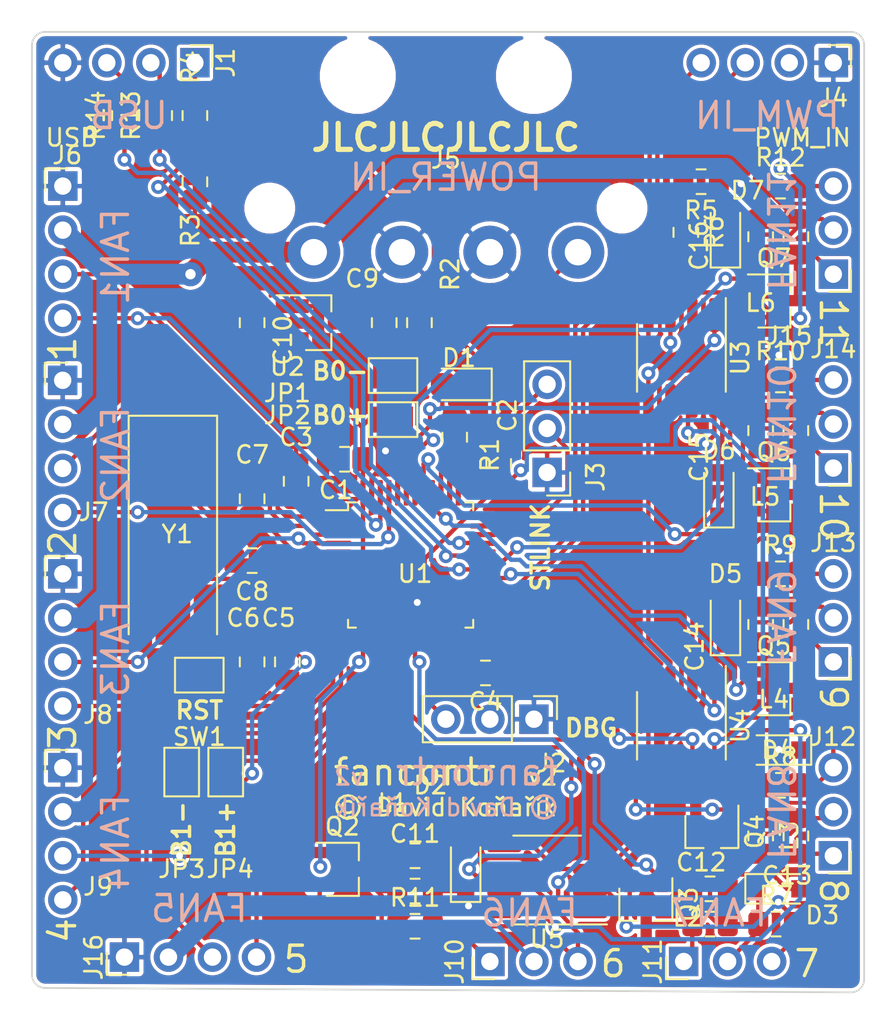
<source format=kicad_pcb>
(kicad_pcb (version 20171130) (host pcbnew 5.1.5)
  (layers (0 F.Cu signal) (31 B.Cu signal) (34 B.Paste user) (35 F.Paste user) (36 B.SilkS user) (37 F.SilkS user) (38 B.Mask user) (39 F.Mask user) (44 Edge.Cuts user))
  (net 0 "")
  (net 1 +3V3)
  (net 2 GND)
  (net 3 "Net-(C6-Pad2)")
  (net 4 "Net-(C7-Pad1)")
  (net 5 "Net-(C8-Pad1)")
  (net 6 "Net-(C9-Pad1)")
  (net 7 +12V)
  (net 8 "Net-(D1-Pad2)")
  (net 9 "Net-(JP1-Pad2)")
  (net 10 "Net-(JP3-Pad2)")
  (net 11 "Net-(R2-Pad1)")
  (net 12 "Net-(R3-Pad1)")
  (net 13 "Net-(D2-Pad2)")
  (net 14 "Net-(D3-Pad2)")
  (net 15 "Net-(D4-Pad2)")
  (net 16 "Net-(D5-Pad2)")
  (net 17 "Net-(D6-Pad2)")
  (net 18 "Net-(D7-Pad2)")
  (net 19 Debug_TX)
  (net 20 Debug_RX)
  (net 21 "/3pin fan output 6/RPM_Sense_12V")
  (net 22 "/3pin fan output 9/RPM_Sense_12V")
  (net 23 "/3pin fan output 8/RPM_Sense_12V")
  (net 24 "/3pin fan output 7/RPM_Sense_12V")
  (net 25 "/3pin fan output 10/RPM_Sense_12V")
  (net 26 "/3pin fan output 11/RPM_Sense_12V")
  (net 27 /Fan6_PWM)
  (net 28 /Fan9_PWM)
  (net 29 /Fan8_PWM)
  (net 30 /Fan7_PWM)
  (net 31 /Fan10_PWM)
  (net 32 /Fan11_PWM)
  (net 33 Diag_LED)
  (net 34 /Fan10_Tacho)
  (net 35 /Fan9_Tacho)
  (net 36 /Fan8_Tacho)
  (net 37 /Fan7_Tacho)
  (net 38 /Fan6_Tacho)
  (net 39 /Fan11_Tacho)
  (net 40 "/3pin fan output 6/Fan_GND")
  (net 41 "/3pin fan output 9/Fan_GND")
  (net 42 "/3pin fan output 8/Fan_GND")
  (net 43 "/3pin fan output 7/Fan_GND")
  (net 44 "/3pin fan output 10/Fan_GND")
  (net 45 "/3pin fan output 11/Fan_GND")
  (net 46 /11V)
  (net 47 SWCLK)
  (net 48 SWDIO)
  (net 49 /Fan1_PWM)
  (net 50 /Fan1_Tacho)
  (net 51 /Fan2_PWM)
  (net 52 /Fan2_Tacho)
  (net 53 /Fan3_PWM)
  (net 54 /Fan3_Tacho)
  (net 55 /Fan4_PWM)
  (net 56 /Fan4_Tacho)
  (net 57 /Fan5_Tacho)
  (net 58 /Fan5_PWM)
  (net 59 /D+)
  (net 60 /D-)
  (net 61 /VBUS)
  (net 62 /In_Tacho)
  (net 63 /In_PWM)
  (net 64 USB_D-)
  (net 65 USB_D+)
  (module Resistor_SMD:R_0805_2012Metric_Pad1.15x1.40mm_HandSolder (layer F.Cu) (at 83.058 81.28 90)
    (fp_text reference R14 (at 0 -1.65 90) (layer F.SilkS))
    (fp_text value 22)
    (pad 2 smd roundrect (at 1.025 0 90) (size 1.15 1.4) (layers F.Cu F.Paste F.Mask) (roundrect_rratio 0.217391) (net 59 /D+))
    (pad 1 smd roundrect (at -1.025 0 90) (size 1.15 1.4) (layers F.Cu F.Paste F.Mask) (roundrect_rratio 0.217391) (net 65 USB_D+))
  )
  (module Resistor_SMD:R_0805_2012Metric_Pad1.15x1.40mm_HandSolder (layer F.Cu) (at 85.09 81.28 90)
    (fp_text reference R13 (at 0 -1.65 90) (layer F.SilkS))
    (fp_text value 22)
    (pad 2 smd roundrect (at 1.025 0 90) (size 1.15 1.4) (layers F.Cu F.Paste F.Mask) (roundrect_rratio 0.217391) (net 60 /D-))
    (pad 1 smd roundrect (at -1.025 0 90) (size 1.15 1.4) (layers F.Cu F.Paste F.Mask) (roundrect_rratio 0.217391) (net 64 USB_D-))
  )
  (module Package_QFP:LQFP-48_7x7mm_P0.5mm (layer F.Cu) (at 99.568 107.188)
    (fp_text reference U1 (at 0.254 0.508) (layer F.SilkS))
    (fp_text value STM32F103C8Tx)
    (pad 1 smd roundrect (at -4.1625 -2.75) (size 1.475 0.3) (layers F.Cu F.Paste F.Mask) (net 1 +3V3))
    (pad 2 smd roundrect (at -4.1625 -2.25) (size 1.475 0.3) (layers F.Cu F.Paste F.Mask) (net 50 /Fan1_Tacho))
    (pad 3 smd roundrect (at -4.1625 -1.75) (size 1.475 0.3) (layers F.Cu F.Paste F.Mask) (net 52 /Fan2_Tacho))
    (pad 4 smd roundrect (at -4.1625 -1.25) (size 1.475 0.3) (layers F.Cu F.Paste F.Mask) (net 54 /Fan3_Tacho))
    (pad 5 smd roundrect (at -4.1625 -0.75) (size 1.475 0.3) (layers F.Cu F.Paste F.Mask) (net 4 "Net-(C7-Pad1)"))
    (pad 6 smd roundrect (at -4.1625 -0.25) (size 1.475 0.3) (layers F.Cu F.Paste F.Mask) (net 5 "Net-(C8-Pad1)"))
    (pad 7 smd roundrect (at -4.1625 0.25) (size 1.475 0.3) (layers F.Cu F.Paste F.Mask) (net 3 "Net-(C6-Pad2)"))
    (pad 8 smd roundrect (at -4.1625 0.75) (size 1.475 0.3) (layers F.Cu F.Paste F.Mask) (net 2 GND))
    (pad 9 smd roundrect (at -4.1625 1.25) (size 1.475 0.3) (layers F.Cu F.Paste F.Mask) (net 1 +3V3))
    (pad 10 smd roundrect (at -4.1625 1.75) (size 1.475 0.3) (layers F.Cu F.Paste F.Mask) (net 53 /Fan3_PWM))
    (pad 11 smd roundrect (at -4.1625 2.25) (size 1.475 0.3) (layers F.Cu F.Paste F.Mask) (net 55 /Fan4_PWM))
    (pad 12 smd roundrect (at -4.1625 2.75) (size 1.475 0.3) (layers F.Cu F.Paste F.Mask) (net 58 /Fan5_PWM))
    (pad 13 smd roundrect (at -2.75 4.1625) (size 0.3 1.475) (layers F.Cu F.Paste F.Mask) (net 27 /Fan6_PWM))
    (pad 14 smd roundrect (at -2.25 4.1625) (size 0.3 1.475) (layers F.Cu F.Paste F.Mask) (net 56 /Fan4_Tacho))
    (pad 15 smd roundrect (at -1.75 4.1625) (size 0.3 1.475) (layers F.Cu F.Paste F.Mask) (net 57 /Fan5_Tacho))
    (pad 16 smd roundrect (at -1.25 4.1625) (size 0.3 1.475) (layers F.Cu F.Paste F.Mask) (net 38 /Fan6_Tacho))
    (pad 17 smd roundrect (at -0.75 4.1625) (size 0.3 1.475) (layers F.Cu F.Paste F.Mask))
    (pad 18 smd roundrect (at -0.25 4.1625) (size 0.3 1.475) (layers F.Cu F.Paste F.Mask) (net 30 /Fan7_PWM))
    (pad 19 smd roundrect (at 0.25 4.1625) (size 0.3 1.475) (layers F.Cu F.Paste F.Mask) (net 37 /Fan7_Tacho))
    (pad 20 smd roundrect (at 0.75 4.1625) (size 0.3 1.475) (layers F.Cu F.Paste F.Mask) (net 10 "Net-(JP3-Pad2)"))
    (pad 21 smd roundrect (at 1.25 4.1625) (size 0.3 1.475) (layers F.Cu F.Paste F.Mask) (net 19 Debug_TX))
    (pad 22 smd roundrect (at 1.75 4.1625) (size 0.3 1.475) (layers F.Cu F.Paste F.Mask) (net 20 Debug_RX))
    (pad 23 smd roundrect (at 2.25 4.1625) (size 0.3 1.475) (layers F.Cu F.Paste F.Mask) (net 2 GND))
    (pad 24 smd roundrect (at 2.75 4.1625) (size 0.3 1.475) (layers F.Cu F.Paste F.Mask) (net 1 +3V3))
    (pad 25 smd roundrect (at 4.1625 2.75) (size 1.475 0.3) (layers F.Cu F.Paste F.Mask) (net 36 /Fan8_Tacho))
    (pad 26 smd roundrect (at 4.1625 2.25) (size 1.475 0.3) (layers F.Cu F.Paste F.Mask) (net 29 /Fan8_PWM))
    (pad 27 smd roundrect (at 4.1625 1.75) (size 1.475 0.3) (layers F.Cu F.Paste F.Mask) (net 62 /In_Tacho))
    (pad 28 smd roundrect (at 4.1625 1.25) (size 1.475 0.3) (layers F.Cu F.Paste F.Mask) (net 63 /In_PWM))
    (pad 29 smd roundrect (at 4.1625 0.75) (size 1.475 0.3) (layers F.Cu F.Paste F.Mask) (net 35 /Fan9_Tacho))
    (pad 30 smd roundrect (at 4.1625 0.25) (size 1.475 0.3) (layers F.Cu F.Paste F.Mask) (net 12 "Net-(R3-Pad1)"))
    (pad 31 smd roundrect (at 4.1625 -0.25) (size 1.475 0.3) (layers F.Cu F.Paste F.Mask) (net 34 /Fan10_Tacho))
    (pad 32 smd roundrect (at 4.1625 -0.75) (size 1.475 0.3) (layers F.Cu F.Paste F.Mask) (net 64 USB_D-))
    (pad 33 smd roundrect (at 4.1625 -1.25) (size 1.475 0.3) (layers F.Cu F.Paste F.Mask) (net 65 USB_D+))
    (pad 34 smd roundrect (at 4.1625 -1.75) (size 1.475 0.3) (layers F.Cu F.Paste F.Mask) (net 48 SWDIO))
    (pad 35 smd roundrect (at 4.1625 -2.25) (size 1.475 0.3) (layers F.Cu F.Paste F.Mask) (net 2 GND))
    (pad 36 smd roundrect (at 4.1625 -2.75) (size 1.475 0.3) (layers F.Cu F.Paste F.Mask) (net 1 +3V3))
    (pad 37 smd roundrect (at 2.75 -4.1625) (size 0.3 1.475) (layers F.Cu F.Paste F.Mask) (net 47 SWCLK))
    (pad 38 smd roundrect (at 2.25 -4.1625) (size 0.3 1.475) (layers F.Cu F.Paste F.Mask) (net 11 "Net-(R2-Pad1)"))
    (pad 39 smd roundrect (at 1.75 -4.1625) (size 0.3 1.475) (layers F.Cu F.Paste F.Mask) (net 33 Diag_LED))
    (pad 40 smd roundrect (at 1.25 -4.1625) (size 0.3 1.475) (layers F.Cu F.Paste F.Mask) (net 28 /Fan9_PWM))
    (pad 41 smd roundrect (at 0.75 -4.1625) (size 0.3 1.475) (layers F.Cu F.Paste F.Mask) (net 31 /Fan10_PWM))
    (pad 42 smd roundrect (at 0.25 -4.1625) (size 0.3 1.475) (layers F.Cu F.Paste F.Mask) (net 32 /Fan11_PWM))
    (pad 43 smd roundrect (at -0.25 -4.1625) (size 0.3 1.475) (layers F.Cu F.Paste F.Mask) (net 39 /Fan11_Tacho))
    (pad 44 smd roundrect (at -0.75 -4.1625) (size 0.3 1.475) (layers F.Cu F.Paste F.Mask) (net 9 "Net-(JP1-Pad2)"))
    (pad 45 smd roundrect (at -1.25 -4.1625) (size 0.3 1.475) (layers F.Cu F.Paste F.Mask) (net 51 /Fan2_PWM))
    (pad 46 smd roundrect (at -1.75 -4.1625) (size 0.3 1.475) (layers F.Cu F.Paste F.Mask) (net 49 /Fan1_PWM))
    (pad 47 smd roundrect (at -2.25 -4.1625) (size 0.3 1.475) (layers F.Cu F.Paste F.Mask) (net 2 GND))
    (pad 48 smd roundrect (at -2.75 -4.1625) (size 0.3 1.475) (layers F.Cu F.Paste F.Mask) (net 1 +3V3))
  )
  (module Package_TO_SOT_SMD:TSOT-23 (layer F.Cu) (at 113.157 126.746 270)
    (fp_text reference Q3 (at 0 -2.45 90) (layer F.SilkS))
    (fp_text value LGE2300)
    (pad 3 smd rect (at 1.31 0 270) (size 1.22 0.65) (layers F.Cu F.Paste F.Mask) (net 14 "Net-(D3-Pad2)"))
    (pad 2 smd rect (at -1.31 0.95 270) (size 1.22 0.65) (layers F.Cu F.Paste F.Mask) (net 2 GND))
    (pad 1 smd rect (at -1.31 -0.95 270) (size 1.22 0.65) (layers F.Cu F.Paste F.Mask) (net 30 /Fan7_PWM))
  )
  (module Package_TO_SOT_SMD:TSOT-23 (layer F.Cu) (at 95.631 124.714)
    (fp_text reference Q2 (at 0 -2.45) (layer F.SilkS))
    (fp_text value LGE2300)
    (pad 3 smd rect (at 1.31 0) (size 1.22 0.65) (layers F.Cu F.Paste F.Mask) (net 13 "Net-(D2-Pad2)"))
    (pad 2 smd rect (at -1.31 0.95) (size 1.22 0.65) (layers F.Cu F.Paste F.Mask) (net 2 GND))
    (pad 1 smd rect (at -1.31 -0.95) (size 1.22 0.65) (layers F.Cu F.Paste F.Mask) (net 27 /Fan6_PWM))
  )
  (module Resistor_SMD:R_0805_2012Metric_Pad1.15x1.40mm_HandSolder (layer F.Cu) (at 120.65 127.889)
    (fp_text reference R7 (at 0 -1.65) (layer F.SilkS))
    (fp_text value 10k)
    (pad 2 smd roundrect (at 1.025 0) (size 1.15 1.4) (layers F.Cu F.Paste F.Mask) (roundrect_rratio 0.217391) (net 24 "/3pin fan output 7/RPM_Sense_12V"))
    (pad 1 smd roundrect (at -1.025 0) (size 1.15 1.4) (layers F.Cu F.Paste F.Mask) (roundrect_rratio 0.217391) (net 7 +12V))
  )
  (module Capacitor_SMD:C_0805_2012Metric_Pad1.15x1.40mm_HandSolder (layer F.Cu) (at 121.793 88.265 270)
    (fp_text reference C16 (at 0.508 5.588 270) (layer F.SilkS))
    (fp_text value "10uF @ 25V")
    (pad 2 smd roundrect (at 1.025 0 270) (size 1.15 1.4) (layers F.Cu F.Paste F.Mask) (roundrect_rratio 0.217) (net 45 "/3pin fan output 11/Fan_GND"))
    (pad 1 smd roundrect (at -1.025 0 270) (size 1.15 1.4) (layers F.Cu F.Paste F.Mask) (roundrect_rratio 0.217391) (net 7 +12V))
  )
  (module Diode_SMD:D_SOD-323_HandSoldering (layer F.Cu) (at 117.729 88.138 90)
    (fp_text reference D7 (at 2.54 1.27) (layer F.SilkS))
    (fp_text value D_Small)
    (pad 2 smd rect (at 1.25 0 90) (size 1 1) (layers F.Cu F.Paste F.Mask) (net 18 "Net-(D7-Pad2)"))
    (pad 1 smd rect (at -1.25 0 90) (size 1 1) (layers F.Cu F.Paste F.Mask) (net 7 +12V))
  )
  (module Package_SO:SOIC-8_3.9x4.9mm_P1.27mm (layer F.Cu) (at 107.442 125.349 180)
    (fp_text reference U5 (at 0 -3.4) (layer F.SilkS))
    (fp_text value LM2903)
    (pad 8 smd roundrect (at 2.475 -1.905 180) (size 1.95 0.6) (layers F.Cu F.Paste F.Mask) (net 1 +3V3))
    (pad 7 smd roundrect (at 2.475 -0.635 180) (size 1.95 0.6) (layers F.Cu F.Paste F.Mask) (net 38 /Fan6_Tacho))
    (pad 6 smd roundrect (at 2.475 0.635 180) (size 1.95 0.6) (layers F.Cu F.Paste F.Mask) (net 21 "/3pin fan output 6/RPM_Sense_12V"))
    (pad 5 smd roundrect (at 2.475 1.905 180) (size 1.95 0.6) (layers F.Cu F.Paste F.Mask) (net 46 /11V))
    (pad 4 smd roundrect (at -2.475 1.905 180) (size 1.95 0.6) (layers F.Cu F.Paste F.Mask) (net 2 GND))
    (pad 3 smd roundrect (at -2.475 0.635 180) (size 1.95 0.6) (layers F.Cu F.Paste F.Mask) (net 46 /11V))
    (pad 2 smd roundrect (at -2.475 -0.635 180) (size 1.95 0.6) (layers F.Cu F.Paste F.Mask) (net 24 "/3pin fan output 7/RPM_Sense_12V"))
    (pad 1 smd roundrect (at -2.475 -1.905 180) (size 1.95 0.6) (layers F.Cu F.Paste F.Mask) (net 37 /Fan7_Tacho))
  )
  (module Package_SO:SOIC-8_3.9x4.9mm_P1.27mm (layer F.Cu) (at 115.189 116.459 270)
    (fp_text reference U4 (at 0 -3.4 90) (layer F.SilkS))
    (fp_text value LM2903)
    (pad 8 smd roundrect (at 2.475 -1.905 270) (size 1.95 0.6) (layers F.Cu F.Paste F.Mask) (net 1 +3V3))
    (pad 7 smd roundrect (at 2.475 -0.635 270) (size 1.95 0.6) (layers F.Cu F.Paste F.Mask) (net 36 /Fan8_Tacho))
    (pad 6 smd roundrect (at 2.475 0.635 270) (size 1.95 0.6) (layers F.Cu F.Paste F.Mask) (net 23 "/3pin fan output 8/RPM_Sense_12V"))
    (pad 5 smd roundrect (at 2.475 1.905 270) (size 1.95 0.6) (layers F.Cu F.Paste F.Mask) (net 46 /11V))
    (pad 4 smd roundrect (at -2.475 1.905 270) (size 1.95 0.6) (layers F.Cu F.Paste F.Mask) (net 2 GND))
    (pad 3 smd roundrect (at -2.475 0.635 270) (size 1.95 0.6) (layers F.Cu F.Paste F.Mask) (net 46 /11V))
    (pad 2 smd roundrect (at -2.475 -0.635 270) (size 1.95 0.6) (layers F.Cu F.Paste F.Mask) (net 22 "/3pin fan output 9/RPM_Sense_12V"))
    (pad 1 smd roundrect (at -2.475 -1.905 270) (size 1.95 0.6) (layers F.Cu F.Paste F.Mask) (net 35 /Fan9_Tacho))
  )
  (module Package_SO:SOIC-8_3.9x4.9mm_P1.27mm (layer F.Cu) (at 115.189 95.25 270)
    (fp_text reference U3 (at 0 -3.4 90) (layer F.SilkS))
    (fp_text value LM2903)
    (pad 8 smd roundrect (at 2.475 -1.905 270) (size 1.95 0.6) (layers F.Cu F.Paste F.Mask) (net 1 +3V3))
    (pad 7 smd roundrect (at 2.475 -0.635 270) (size 1.95 0.6) (layers F.Cu F.Paste F.Mask) (net 34 /Fan10_Tacho))
    (pad 6 smd roundrect (at 2.475 0.635 270) (size 1.95 0.6) (layers F.Cu F.Paste F.Mask) (net 25 "/3pin fan output 10/RPM_Sense_12V"))
    (pad 5 smd roundrect (at 2.475 1.905 270) (size 1.95 0.6) (layers F.Cu F.Paste F.Mask) (net 46 /11V))
    (pad 4 smd roundrect (at -2.475 1.905 270) (size 1.95 0.6) (layers F.Cu F.Paste F.Mask) (net 2 GND))
    (pad 3 smd roundrect (at -2.475 0.635 270) (size 1.95 0.6) (layers F.Cu F.Paste F.Mask) (net 46 /11V))
    (pad 2 smd roundrect (at -2.475 -0.635 270) (size 1.95 0.6) (layers F.Cu F.Paste F.Mask) (net 26 "/3pin fan output 11/RPM_Sense_12V"))
    (pad 1 smd roundrect (at -2.475 -1.905 270) (size 1.95 0.6) (layers F.Cu F.Paste F.Mask) (net 39 /Fan11_Tacho))
  )
  (module Resistor_SMD:R_0805_2012Metric_Pad1.15x1.40mm_HandSolder (layer F.Cu) (at 120.904 85.344)
    (fp_text reference R12 (at 0 -1.65) (layer F.SilkS))
    (fp_text value 10k)
    (pad 2 smd roundrect (at 1.025 0) (size 1.15 1.4) (layers F.Cu F.Paste F.Mask) (roundrect_rratio 0.217391) (net 26 "/3pin fan output 11/RPM_Sense_12V"))
    (pad 1 smd roundrect (at -1.025 0) (size 1.15 1.4) (layers F.Cu F.Paste F.Mask) (roundrect_rratio 0.217391) (net 7 +12V))
  )
  (module Resistor_SMD:R_0805_2012Metric_Pad1.15x1.40mm_HandSolder (layer F.Cu) (at 116.323 85.09 180)
    (fp_text reference R5 (at 0 -1.65) (layer F.SilkS))
    (fp_text value 10k)
    (pad 2 smd roundrect (at 1.025 0 180) (size 1.15 1.4) (layers F.Cu F.Paste F.Mask) (roundrect_rratio 0.217391) (net 46 /11V))
    (pad 1 smd roundrect (at -1.025 0 180) (size 1.15 1.4) (layers F.Cu F.Paste F.Mask) (roundrect_rratio 0.217391) (net 7 +12V))
  )
  (module Package_TO_SOT_SMD:SOT-23_Handsoldering (layer F.Cu) (at 94.234 93.218)
    (fp_text reference U2 (at -1.778 2.54) (layer F.SilkS))
    (fp_text value AP2120N-3.3TRG1)
    (pad 3 smd rect (at 1.5 0) (size 1.9 0.8) (layers F.Cu F.Paste F.Mask) (net 6 "Net-(C9-Pad1)"))
    (pad 2 smd rect (at -1.5 0.95) (size 1.9 0.8) (layers F.Cu F.Paste F.Mask) (net 1 +3V3))
    (pad 1 smd rect (at -1.5 -0.95) (size 1.9 0.8) (layers F.Cu F.Paste F.Mask) (net 2 GND))
  )
  (module Inductor_SMD:L_0805_2012Metric_Pad1.15x1.40mm_HandSolder (layer F.Cu) (at 116.84 125.857 180)
    (fp_text reference L2 (at 1.27 -1.65) (layer F.SilkS))
    (fp_text value "10uH @ 400mA")
    (pad 2 smd roundrect (at 1.025 0 180) (size 1.15 1.4) (layers F.Cu F.Paste F.Mask) (roundrect_rratio 0.217391) (net 43 "/3pin fan output 7/Fan_GND"))
    (pad 1 smd roundrect (at -1.025 0 180) (size 1.15 1.4) (layers F.Cu F.Paste F.Mask) (roundrect_rratio 0.217391) (net 14 "Net-(D3-Pad2)"))
  )
  (module Diode_SMD:D_SOD-323_HandSoldering (layer F.Cu) (at 102.743 124.714 90)
    (fp_text reference D2 (at 4.826 -2.032) (layer F.SilkS))
    (fp_text value D_Small)
    (pad 2 smd rect (at 1.25 0 90) (size 1 1) (layers F.Cu F.Paste F.Mask) (net 13 "Net-(D2-Pad2)"))
    (pad 1 smd rect (at -1.25 0 90) (size 1 1) (layers F.Cu F.Paste F.Mask) (net 7 +12V))
  )
  (module Resistor_SMD:R_0805_2012Metric_Pad1.15x1.40mm_HandSolder (layer F.Cu) (at 99.822 128.016)
    (fp_text reference R11 (at 0 -1.65) (layer F.SilkS))
    (fp_text value 10k)
    (pad 2 smd roundrect (at 1.025 0) (size 1.15 1.4) (layers F.Cu F.Paste F.Mask) (roundrect_rratio 0.217391) (net 21 "/3pin fan output 6/RPM_Sense_12V"))
    (pad 1 smd roundrect (at -1.025 0) (size 1.15 1.4) (layers F.Cu F.Paste F.Mask) (roundrect_rratio 0.217391) (net 7 +12V))
  )
  (module Resistor_SMD:R_0805_2012Metric_Pad1.15x1.40mm_HandSolder (layer F.Cu) (at 120.904 96.52)
    (fp_text reference R10 (at 0 -1.65) (layer F.SilkS))
    (fp_text value 10k)
    (pad 2 smd roundrect (at 1.025 0) (size 1.15 1.4) (layers F.Cu F.Paste F.Mask) (roundrect_rratio 0.217391) (net 25 "/3pin fan output 10/RPM_Sense_12V"))
    (pad 1 smd roundrect (at -1.025 0) (size 1.15 1.4) (layers F.Cu F.Paste F.Mask) (roundrect_rratio 0.217391) (net 7 +12V))
  )
  (module Resistor_SMD:R_0805_2012Metric_Pad1.15x1.40mm_HandSolder (layer F.Cu) (at 120.904 107.696)
    (fp_text reference R9 (at 0 -1.65) (layer F.SilkS))
    (fp_text value 10k)
    (pad 2 smd roundrect (at 1.025 0) (size 1.15 1.4) (layers F.Cu F.Paste F.Mask) (roundrect_rratio 0.217391) (net 22 "/3pin fan output 9/RPM_Sense_12V"))
    (pad 1 smd roundrect (at -1.025 0) (size 1.15 1.4) (layers F.Cu F.Paste F.Mask) (roundrect_rratio 0.217391) (net 7 +12V))
  )
  (module Resistor_SMD:R_0805_2012Metric_Pad1.15x1.40mm_HandSolder (layer F.Cu) (at 120.904 119.888)
    (fp_text reference R8 (at 0 -1.65) (layer F.SilkS))
    (fp_text value 10k)
    (pad 1 smd roundrect (at -1.025 0) (size 1.15 1.4) (layers F.Cu F.Paste F.Mask) (roundrect_rratio 0.217391) (net 7 +12V))
    (pad 2 smd roundrect (at 1.025 0) (size 1.15 1.4) (layers F.Cu F.Paste F.Mask) (roundrect_rratio 0.217391) (net 23 "/3pin fan output 8/RPM_Sense_12V"))
  )
  (module Resistor_SMD:R_0805_2012Metric_Pad1.15x1.40mm_HandSolder (layer F.Cu) (at 115.443 88.011 270)
    (fp_text reference R6 (at 0 -1.65 90) (layer F.SilkS))
    (fp_text value 100k)
    (pad 2 smd roundrect (at 1.025 0 270) (size 1.15 1.4) (layers F.Cu F.Paste F.Mask) (roundrect_rratio 0.217391) (net 2 GND))
    (pad 1 smd roundrect (at -1.025 0 270) (size 1.15 1.4) (layers F.Cu F.Paste F.Mask) (roundrect_rratio 0.217391) (net 46 /11V))
  )
  (module Package_TO_SOT_SMD:TSOT-23 (layer F.Cu) (at 120.523 91.948)
    (fp_text reference Q7 (at 0 -2.45) (layer F.SilkS))
    (fp_text value LGE2300)
    (pad 1 smd rect (at -1.31 -0.95) (size 1.22 0.65) (layers F.Cu F.Paste F.Mask) (net 32 /Fan11_PWM))
    (pad 2 smd rect (at -1.31 0.95) (size 1.22 0.65) (layers F.Cu F.Paste F.Mask) (net 2 GND))
    (pad 3 smd rect (at 1.31 0) (size 1.22 0.65) (layers F.Cu F.Paste F.Mask) (net 18 "Net-(D7-Pad2)"))
  )
  (module Package_TO_SOT_SMD:TSOT-23 (layer F.Cu) (at 120.523 103.124)
    (fp_text reference Q6 (at 0 -2.45) (layer F.SilkS))
    (fp_text value LGE2300)
    (pad 1 smd rect (at -1.31 -0.95) (size 1.22 0.65) (layers F.Cu F.Paste F.Mask) (net 31 /Fan10_PWM))
    (pad 2 smd rect (at -1.31 0.95) (size 1.22 0.65) (layers F.Cu F.Paste F.Mask) (net 2 GND))
    (pad 3 smd rect (at 1.31 0) (size 1.22 0.65) (layers F.Cu F.Paste F.Mask) (net 17 "Net-(D6-Pad2)"))
  )
  (module Package_TO_SOT_SMD:TSOT-23 (layer F.Cu) (at 120.523 114.3)
    (fp_text reference Q5 (at 0 -2.45) (layer F.SilkS))
    (fp_text value LGE2300)
    (pad 3 smd rect (at 1.31 0) (size 1.22 0.65) (layers F.Cu F.Paste F.Mask) (net 16 "Net-(D5-Pad2)"))
    (pad 2 smd rect (at -1.31 0.95) (size 1.22 0.65) (layers F.Cu F.Paste F.Mask) (net 2 GND))
    (pad 1 smd rect (at -1.31 -0.95) (size 1.22 0.65) (layers F.Cu F.Paste F.Mask) (net 28 /Fan9_PWM))
  )
  (module Package_TO_SOT_SMD:TSOT-23 (layer F.Cu) (at 116.967 122.555 270)
    (fp_text reference Q4 (at 0 -2.45 90) (layer F.SilkS))
    (fp_text value LGE2300)
    (pad 3 smd rect (at 1.31 0 270) (size 1.22 0.65) (layers F.Cu F.Paste F.Mask) (net 15 "Net-(D4-Pad2)"))
    (pad 2 smd rect (at -1.31 0.95 270) (size 1.22 0.65) (layers F.Cu F.Paste F.Mask) (net 2 GND))
    (pad 1 smd rect (at -1.31 -0.95 270) (size 1.22 0.65) (layers F.Cu F.Paste F.Mask) (net 29 /Fan8_PWM))
  )
  (module Capacitor_SMD:C_0805_2012Metric_Pad1.15x1.40mm_HandSolder (layer F.Cu) (at 121.793 122.809 270)
    (fp_text reference C13 (at 2.286 0.508) (layer F.SilkS))
    (fp_text value "10uF @ 25V")
    (pad 2 smd roundrect (at 1.025 0 270) (size 1.15 1.4) (layers F.Cu F.Paste F.Mask) (roundrect_rratio 0.217391) (net 42 "/3pin fan output 8/Fan_GND"))
    (pad 1 smd roundrect (at -1.025 0 270) (size 1.15 1.4) (layers F.Cu F.Paste F.Mask) (roundrect_rratio 0.217391) (net 7 +12V))
  )
  (module Diode_SMD:D_SOD-323_HandSoldering (layer F.Cu) (at 117.348 103.124 90)
    (fp_text reference D6 (at 2.54 0) (layer F.SilkS))
    (fp_text value D_Small)
    (pad 2 smd rect (at 1.25 0 90) (size 1 1) (layers F.Cu F.Paste F.Mask) (net 17 "Net-(D6-Pad2)"))
    (pad 1 smd rect (at -1.25 0 90) (size 1 1) (layers F.Cu F.Paste F.Mask) (net 7 +12V))
  )
  (module Inductor_SMD:L_0805_2012Metric_Pad1.15x1.40mm_HandSolder (layer F.Cu) (at 119.761 88.265 270)
    (fp_text reference L6 (at 3.81 0) (layer F.SilkS))
    (fp_text value "10uH @ 400mA")
    (pad 2 smd roundrect (at 1.025 0 270) (size 1.15 1.4) (layers F.Cu F.Paste F.Mask) (roundrect_rratio 0.217391) (net 45 "/3pin fan output 11/Fan_GND"))
    (pad 1 smd roundrect (at -1.025 0 270) (size 1.15 1.4) (layers F.Cu F.Paste F.Mask) (roundrect_rratio 0.217391) (net 18 "Net-(D7-Pad2)"))
  )
  (module Inductor_SMD:L_0805_2012Metric_Pad1.15x1.40mm_HandSolder (layer F.Cu) (at 119.761 99.441 270)
    (fp_text reference L5 (at 3.81 -0.254) (layer F.SilkS))
    (fp_text value "10uH @ 400mA")
    (pad 2 smd roundrect (at 1.025 0 270) (size 1.15 1.4) (layers F.Cu F.Paste F.Mask) (roundrect_rratio 0.217391) (net 44 "/3pin fan output 10/Fan_GND"))
    (pad 1 smd roundrect (at -1.025 0 270) (size 1.15 1.4) (layers F.Cu F.Paste F.Mask) (roundrect_rratio 0.217391) (net 17 "Net-(D6-Pad2)"))
  )
  (module Inductor_SMD:L_0805_2012Metric_Pad1.15x1.40mm_HandSolder (layer F.Cu) (at 119.761 110.617 270)
    (fp_text reference L4 (at 4.318 -0.762) (layer F.SilkS))
    (fp_text value "10uH @ 400mA")
    (pad 2 smd roundrect (at 1.025 0 270) (size 1.15 1.4) (layers F.Cu F.Paste F.Mask) (roundrect_rratio 0.217391) (net 41 "/3pin fan output 9/Fan_GND"))
    (pad 1 smd roundrect (at -1.025 0 270) (size 1.15 1.4) (layers F.Cu F.Paste F.Mask) (roundrect_rratio 0.217391) (net 16 "Net-(D5-Pad2)"))
  )
  (module Inductor_SMD:L_0805_2012Metric_Pad1.15x1.40mm_HandSolder (layer F.Cu) (at 119.761 122.809 270)
    (fp_text reference L3 (at 0 -1.65 90) (layer F.SilkS))
    (fp_text value "10uH @ 400mA")
    (pad 2 smd roundrect (at 1.025 0 270) (size 1.15 1.4) (layers F.Cu F.Paste F.Mask) (roundrect_rratio 0.217391) (net 42 "/3pin fan output 8/Fan_GND"))
    (pad 1 smd roundrect (at -1.025 0 270) (size 1.15 1.4) (layers F.Cu F.Paste F.Mask) (roundrect_rratio 0.217391) (net 15 "Net-(D4-Pad2)"))
  )
  (module Inductor_SMD:L_0805_2012Metric_Pad1.15x1.40mm_HandSolder (layer F.Cu) (at 99.822 123.952)
    (fp_text reference L1 (at -1.27 -3.048) (layer F.SilkS))
    (fp_text value "10uH @ 400mA")
    (pad 2 smd roundrect (at 1.025 0) (size 1.15 1.4) (layers F.Cu F.Paste F.Mask) (roundrect_rratio 0.217391) (net 40 "/3pin fan output 6/Fan_GND"))
    (pad 1 smd roundrect (at -1.025 0) (size 1.15 1.4) (layers F.Cu F.Paste F.Mask) (roundrect_rratio 0.217391) (net 13 "Net-(D2-Pad2)"))
  )
  (module Capacitor_SMD:C_0805_2012Metric_Pad1.15x1.40mm_HandSolder (layer F.Cu) (at 95.758 101.092)
    (fp_text reference C1 (at -0.508 1.778) (layer F.SilkS))
    (fp_text value 100nF)
    (pad 2 smd roundrect (at 1.025 0) (size 1.15 1.4) (layers F.Cu F.Paste F.Mask) (roundrect_rratio 0.217391) (net 1 +3V3))
    (pad 1 smd roundrect (at -1.025 0) (size 1.15 1.4) (layers F.Cu F.Paste F.Mask) (roundrect_rratio 0.217391) (net 2 GND))
  )
  (module Connector_PinHeader_2.54mm:PinHeader_1x03_P2.54mm_Vertical (layer F.Cu) (at 107.442 101.854 180)
    (fp_text reference J3 (at -2.794 -0.254 270) (layer F.SilkS))
    (fp_text value STLink_Header)
    (pad 3 thru_hole oval (at 0 5.08 180) (size 1.7 1.7) (drill 1) (layers *.Cu *.Mask) (net 47 SWCLK))
    (pad 2 thru_hole oval (at 0 2.54 180) (size 1.7 1.7) (drill 1) (layers *.Cu *.Mask) (net 48 SWDIO))
    (pad 1 thru_hole rect (at 0 0 180) (size 1.7 1.7) (drill 1) (layers *.Cu *.Mask) (net 2 GND))
  )
  (module Connector_PinHeader_2.54mm:PinHeader_1x03_P2.54mm_Vertical (layer F.Cu) (at 106.68 116.078 270)
    (fp_text reference J2 (at 2.54 -1.016) (layer F.SilkS))
    (fp_text value Debug_Serial)
    (pad 3 thru_hole oval (at 0 5.08 270) (size 1.7 1.7) (drill 1) (layers *.Cu *.Mask) (net 19 Debug_TX))
    (pad 2 thru_hole oval (at 0 2.54 270) (size 1.7 1.7) (drill 1) (layers *.Cu *.Mask) (net 20 Debug_RX))
    (pad 1 thru_hole rect (at 0 0 270) (size 1.7 1.7) (drill 1) (layers *.Cu *.Mask) (net 2 GND))
  )
  (module Diode_SMD:D_SOD-323_HandSoldering (layer F.Cu) (at 117.729 110.49 90)
    (fp_text reference D5 (at 2.794 0) (layer F.SilkS))
    (fp_text value D_Small)
    (pad 2 smd rect (at 1.25 0 90) (size 1 1) (layers F.Cu F.Paste F.Mask) (net 16 "Net-(D5-Pad2)"))
    (pad 1 smd rect (at -1.25 0 90) (size 1 1) (layers F.Cu F.Paste F.Mask) (net 7 +12V))
  )
  (module Diode_SMD:D_SOD-323_HandSoldering (layer F.Cu) (at 120.777 117.856 180)
    (fp_text reference D4 (at 0 0) (layer F.SilkS))
    (fp_text value D_Small)
    (pad 2 smd rect (at 1.25 0 180) (size 1 1) (layers F.Cu F.Paste F.Mask) (net 15 "Net-(D4-Pad2)"))
    (pad 1 smd rect (at -1.25 0 180) (size 1 1) (layers F.Cu F.Paste F.Mask) (net 7 +12V))
  )
  (module Diode_SMD:D_SOD-323_HandSoldering (layer F.Cu) (at 120.777 125.857)
    (fp_text reference D3 (at 2.54 1.524) (layer F.SilkS))
    (fp_text value D_Small)
    (pad 2 smd rect (at 1.25 0) (size 1 1) (layers F.Cu F.Paste F.Mask) (net 14 "Net-(D3-Pad2)"))
    (pad 1 smd rect (at -1.25 0) (size 1 1) (layers F.Cu F.Paste F.Mask) (net 7 +12V))
  )
  (module Custom_Footprints:PinHeader_1x04_P2.54mm_Horizontal_NoSilk (layer F.Cu) (at 87.122 78.232 270)
    (fp_text reference J1 (at 0 -1.778 90) (layer F.SilkS))
    (fp_text value USB_Header)
    (pad 4 thru_hole oval (at 0 7.62 270) (size 1.7 1.7) (drill 1) (layers *.Cu *.Mask) (net 2 GND))
    (pad 3 thru_hole oval (at 0 5.08 270) (size 1.7 1.7) (drill 1) (layers *.Cu *.Mask) (net 59 /D+))
    (pad 2 thru_hole oval (at 0 2.54 270) (size 1.7 1.7) (drill 1) (layers *.Cu *.Mask) (net 60 /D-))
    (pad 1 thru_hole rect (at 0 0 270) (size 1.7 1.7) (drill 1) (layers *.Cu *.Mask) (net 61 /VBUS))
  )
  (module Custom_Footprints:PinHeader_1x04_P2.54mm_Horizontal_NoSilk (layer F.Cu) (at 83.058 129.794 90)
    (fp_text reference J16 (at 0 -1.778 270) (layer F.SilkS))
    (fp_text value Fan_4Pin)
    (pad 4 thru_hole oval (at 0 7.62 90) (size 1.7 1.7) (drill 1) (layers *.Cu *.Mask) (net 57 /Fan5_Tacho))
    (pad 3 thru_hole oval (at 0 5.08 90) (size 1.7 1.7) (drill 1) (layers *.Cu *.Mask) (net 58 /Fan5_PWM))
    (pad 2 thru_hole oval (at 0 2.54 90) (size 1.7 1.7) (drill 1) (layers *.Cu *.Mask) (net 7 +12V))
    (pad 1 thru_hole rect (at 0 0 90) (size 1.7 1.7) (drill 1) (layers *.Cu *.Mask) (net 2 GND))
  )
  (module Custom_Footprints:PinHeader_1x03_P2.54mm_Horizontal_NoSilk (layer F.Cu) (at 123.952 90.424 180)
    (fp_text reference J15 (at 2.54 -3.556) (layer F.SilkS))
    (fp_text value Fan_3Pin)
    (pad 3 thru_hole oval (at 0 5.08 180) (size 1.7 1.7) (drill 1) (layers *.Cu *.Mask) (net 26 "/3pin fan output 11/RPM_Sense_12V"))
    (pad 2 thru_hole oval (at 0 2.54 180) (size 1.7 1.7) (drill 1) (layers *.Cu *.Mask) (net 7 +12V))
    (pad 1 thru_hole rect (at 0 0 180) (size 1.7 1.7) (drill 1) (layers *.Cu *.Mask) (net 45 "/3pin fan output 11/Fan_GND"))
  )
  (module Custom_Footprints:PinHeader_1x03_P2.54mm_Horizontal_NoSilk (layer F.Cu) (at 123.952 101.6 180)
    (fp_text reference J14 (at 0 6.858) (layer F.SilkS))
    (fp_text value Fan_3Pin)
    (pad 3 thru_hole oval (at 0 5.08 180) (size 1.7 1.7) (drill 1) (layers *.Cu *.Mask) (net 25 "/3pin fan output 10/RPM_Sense_12V"))
    (pad 2 thru_hole oval (at 0 2.54 180) (size 1.7 1.7) (drill 1) (layers *.Cu *.Mask) (net 7 +12V))
    (pad 1 thru_hole rect (at 0 0 180) (size 1.7 1.7) (drill 1) (layers *.Cu *.Mask) (net 44 "/3pin fan output 10/Fan_GND"))
  )
  (module Custom_Footprints:PinHeader_1x03_P2.54mm_Horizontal_NoSilk (layer F.Cu) (at 123.952 112.776 180)
    (fp_text reference J13 (at 0 6.858) (layer F.SilkS))
    (fp_text value Fan_3Pin)
    (pad 3 thru_hole oval (at 0 5.08 180) (size 1.7 1.7) (drill 1) (layers *.Cu *.Mask) (net 22 "/3pin fan output 9/RPM_Sense_12V"))
    (pad 2 thru_hole oval (at 0 2.54 180) (size 1.7 1.7) (drill 1) (layers *.Cu *.Mask) (net 7 +12V))
    (pad 1 thru_hole rect (at 0 0 180) (size 1.7 1.7) (drill 1) (layers *.Cu *.Mask) (net 41 "/3pin fan output 9/Fan_GND"))
  )
  (module Custom_Footprints:PinHeader_1x03_P2.54mm_Horizontal_NoSilk (layer F.Cu) (at 123.952 123.952 180)
    (fp_text reference J12 (at 0 6.858) (layer F.SilkS))
    (fp_text value Fan_3Pin)
    (pad 3 thru_hole oval (at 0 5.08 180) (size 1.7 1.7) (drill 1) (layers *.Cu *.Mask) (net 23 "/3pin fan output 8/RPM_Sense_12V"))
    (pad 2 thru_hole oval (at 0 2.54 180) (size 1.7 1.7) (drill 1) (layers *.Cu *.Mask) (net 7 +12V))
    (pad 1 thru_hole rect (at 0 0 180) (size 1.7 1.7) (drill 1) (layers *.Cu *.Mask) (net 42 "/3pin fan output 8/Fan_GND"))
  )
  (module Custom_Footprints:PinHeader_1x03_P2.54mm_Horizontal_NoSilk (layer F.Cu) (at 115.316 130.048 90)
    (fp_text reference J11 (at 0 -1.778 90) (layer F.SilkS))
    (fp_text value Fan_3Pin)
    (pad 3 thru_hole oval (at 0 5.08 90) (size 1.7 1.7) (drill 1) (layers *.Cu *.Mask) (net 24 "/3pin fan output 7/RPM_Sense_12V"))
    (pad 2 thru_hole oval (at 0 2.54 90) (size 1.7 1.7) (drill 1) (layers *.Cu *.Mask) (net 7 +12V))
    (pad 1 thru_hole rect (at 0 0 90) (size 1.7 1.7) (drill 1) (layers *.Cu *.Mask) (net 43 "/3pin fan output 7/Fan_GND"))
  )
  (module Custom_Footprints:PinHeader_1x03_P2.54mm_Horizontal_NoSilk (layer F.Cu) (at 104.14 130.048 90)
    (fp_text reference J10 (at 0 -2.032 90) (layer F.SilkS))
    (fp_text value Fan_3Pin)
    (pad 3 thru_hole oval (at 0 5.08 90) (size 1.7 1.7) (drill 1) (layers *.Cu *.Mask) (net 21 "/3pin fan output 6/RPM_Sense_12V"))
    (pad 2 thru_hole oval (at 0 2.54 90) (size 1.7 1.7) (drill 1) (layers *.Cu *.Mask) (net 7 +12V))
    (pad 1 thru_hole rect (at 0 0 90) (size 1.7 1.7) (drill 1) (layers *.Cu *.Mask) (net 40 "/3pin fan output 6/Fan_GND"))
  )
  (module Custom_Footprints:PinHeader_1x04_P2.54mm_Horizontal_NoSilk (layer F.Cu) (at 79.502 118.872)
    (fp_text reference J9 (at 2.032 6.858) (layer F.SilkS))
    (fp_text value Fan_4Pin)
    (pad 4 thru_hole oval (at 0 7.62) (size 1.7 1.7) (drill 1) (layers *.Cu *.Mask) (net 55 /Fan4_PWM))
    (pad 3 thru_hole oval (at 0 5.08) (size 1.7 1.7) (drill 1) (layers *.Cu *.Mask) (net 56 /Fan4_Tacho))
    (pad 2 thru_hole oval (at 0 2.54) (size 1.7 1.7) (drill 1) (layers *.Cu *.Mask) (net 7 +12V))
    (pad 1 thru_hole rect (at 0 0) (size 1.7 1.7) (drill 1) (layers *.Cu *.Mask) (net 2 GND))
  )
  (module Custom_Footprints:PinHeader_1x04_P2.54mm_Horizontal_NoSilk (layer F.Cu) (at 79.502 107.696)
    (fp_text reference J8 (at 2.032 8.128) (layer F.SilkS))
    (fp_text value Fan_4Pin)
    (pad 4 thru_hole oval (at 0 7.62) (size 1.7 1.7) (drill 1) (layers *.Cu *.Mask) (net 53 /Fan3_PWM))
    (pad 3 thru_hole oval (at 0 5.08) (size 1.7 1.7) (drill 1) (layers *.Cu *.Mask) (net 54 /Fan3_Tacho))
    (pad 2 thru_hole oval (at 0 2.54) (size 1.7 1.7) (drill 1) (layers *.Cu *.Mask) (net 7 +12V))
    (pad 1 thru_hole rect (at 0 0) (size 1.7 1.7) (drill 1) (layers *.Cu *.Mask) (net 2 GND))
  )
  (module Custom_Footprints:PinHeader_1x04_P2.54mm_Horizontal_NoSilk (layer F.Cu) (at 79.495 96.5402)
    (fp_text reference J7 (at 1.785 7.5998) (layer F.SilkS))
    (fp_text value Fan_4Pin)
    (pad 4 thru_hole oval (at 0 7.62) (size 1.7 1.7) (drill 1) (layers *.Cu *.Mask) (net 51 /Fan2_PWM))
    (pad 3 thru_hole oval (at 0 5.08) (size 1.7 1.7) (drill 1) (layers *.Cu *.Mask) (net 52 /Fan2_Tacho))
    (pad 2 thru_hole oval (at 0 2.54) (size 1.7 1.7) (drill 1) (layers *.Cu *.Mask) (net 7 +12V))
    (pad 1 thru_hole rect (at 0 0) (size 1.7 1.7) (drill 1) (layers *.Cu *.Mask) (net 2 GND))
  )
  (module Custom_Footprints:PinHeader_1x04_P2.54mm_Horizontal_NoSilk (layer F.Cu) (at 79.502 85.344)
    (fp_text reference J6 (at 0.254 -1.778) (layer F.SilkS))
    (fp_text value Fan_4Pin)
    (pad 4 thru_hole oval (at 0 7.62) (size 1.7 1.7) (drill 1) (layers *.Cu *.Mask) (net 49 /Fan1_PWM))
    (pad 3 thru_hole oval (at 0 5.08) (size 1.7 1.7) (drill 1) (layers *.Cu *.Mask) (net 50 /Fan1_Tacho))
    (pad 2 thru_hole oval (at 0 2.54) (size 1.7 1.7) (drill 1) (layers *.Cu *.Mask) (net 7 +12V))
    (pad 1 thru_hole rect (at 0 0) (size 1.7 1.7) (drill 1) (layers *.Cu *.Mask) (net 2 GND))
  )
  (module Custom_Footprints:PinHeader_1x04_P2.54mm_Horizontal_NoSilk (layer F.Cu) (at 123.952 78.232 270)
    (fp_text reference J4 (at 2.032 0 180) (layer F.SilkS))
    (fp_text value Fan_4Pin)
    (pad 1 thru_hole rect (at 0 0 270) (size 1.7 1.7) (drill 1) (layers *.Cu *.Mask) (net 2 GND))
    (pad 2 thru_hole oval (at 0 2.54 270) (size 1.7 1.7) (drill 1) (layers *.Cu *.Mask))
    (pad 3 thru_hole oval (at 0 5.08 270) (size 1.7 1.7) (drill 1) (layers *.Cu *.Mask) (net 62 /In_Tacho))
    (pad 4 thru_hole oval (at 0 7.62 270) (size 1.7 1.7) (drill 1) (layers *.Cu *.Mask) (net 63 /In_PWM))
  )
  (module Capacitor_SMD:C_0805_2012Metric_Pad1.15x1.40mm_HandSolder (layer F.Cu) (at 90.424 103.369 90)
    (fp_text reference C7 (at 2.54 0 180) (layer F.SilkS))
    (fp_text value 20pF)
    (pad 2 smd roundrect (at 1.025 0 90) (size 1.15 1.4) (layers F.Cu F.Paste F.Mask) (roundrect_rratio 0.217391) (net 2 GND))
    (pad 1 smd roundrect (at -1.025 0 90) (size 1.15 1.4) (layers F.Cu F.Paste F.Mask) (roundrect_rratio 0.217391) (net 4 "Net-(C7-Pad1)"))
  )
  (module Crystal:Crystal_SMD_HC49-SD (layer F.Cu) (at 85.852 105.283 270)
    (fp_text reference Y1 (at 0.127 -0.254 180) (layer F.SilkS))
    (fp_text value 8MHz)
    (pad 2 smd rect (at 4.25 0 270) (size 4.5 2) (layers F.Cu F.Paste F.Mask) (net 5 "Net-(C8-Pad1)"))
    (pad 1 smd rect (at -4.25 0 270) (size 4.5 2) (layers F.Cu F.Paste F.Mask) (net 4 "Net-(C7-Pad1)"))
  )
  (module "Custom_Footprints:MATE-N-LOK 641737-1" (layer F.Cu) (at 101.6 91.694)
    (fp_text reference J5 (at 0 -7.874) (layer F.SilkS))
    (fp_text value Molex_Power)
    (pad "" np_thru_hole circle (at 5.08 -12.7) (size 3.9878 3.9878) (drill 3.9878) (layers *.Cu *.Mask))
    (pad "" np_thru_hole circle (at -5.08 -12.7) (size 3.9878 3.9878) (drill 3.9878) (layers *.Cu *.Mask))
    (pad "" np_thru_hole circle (at 10.16 -5.08) (size 2.54 2.54) (drill 2.54) (layers *.Cu *.Mask))
    (pad "" np_thru_hole circle (at -10.16 -5.08) (size 2.54 2.54) (drill 2.54) (layers *.Cu *.Mask))
    (pad 4 thru_hole circle (at 7.62 -2.54) (size 3.048 3.048) (drill 1.524) (layers *.Cu *.Mask) (net 6 "Net-(C9-Pad1)"))
    (pad 3 thru_hole circle (at 2.54 -2.54) (size 3.048 3.048) (drill 1.524) (layers *.Cu *.Mask) (net 2 GND))
    (pad 2 thru_hole circle (at 2.54 -2.54) (size 3.048 3.048) (drill 1.524) (layers *.Cu *.Mask) (net 2 GND))
    (pad 2 thru_hole circle (at -2.54 -2.54) (size 3.048 3.048) (drill 1.524) (layers *.Cu *.Mask) (net 2 GND))
    (pad 1 thru_hole circle (at -7.62 -2.54) (size 3.048 3.048) (drill 1.524) (layers *.Cu *.Mask) (net 7 +12V))
  )
  (module Jumper:SolderJumper-2_P1.3mm_Open_Pad1.0x1.5mm (layer F.Cu) (at 87.376 113.538)
    (fp_text reference SW1 (at 0 3.556 180) (layer F.SilkS))
    (fp_text value Reset_Switch)
    (pad 1 smd rect (at -0.65 0) (size 1 1.5) (layers F.Cu F.Mask) (net 2 GND))
    (pad 2 smd rect (at 0.65 0) (size 1 1.5) (layers F.Cu F.Mask) (net 3 "Net-(C6-Pad2)"))
  )
  (module Capacitor_SMD:C_0805_2012Metric_Pad1.15x1.40mm_HandSolder (layer F.Cu) (at 90.424 106.934 180)
    (fp_text reference C8 (at 0 -1.778) (layer F.SilkS))
    (fp_text value 20pF)
    (pad 2 smd roundrect (at 1.025 0 180) (size 1.15 1.4) (layers F.Cu F.Paste F.Mask) (roundrect_rratio 0.217391) (net 2 GND))
    (pad 1 smd roundrect (at -1.025 0 180) (size 1.15 1.4) (layers F.Cu F.Paste F.Mask) (roundrect_rratio 0.217391) (net 5 "Net-(C8-Pad1)"))
  )
  (module Resistor_SMD:R_0805_2012Metric_Pad1.15x1.40mm_HandSolder (layer F.Cu) (at 87.122 81.28 270)
    (fp_text reference R4 (at -2.794 0.254 90) (layer F.SilkS))
    (fp_text value 10k)
    (pad 2 smd roundrect (at 1.025 0 270) (size 1.15 1.4) (layers F.Cu F.Paste F.Mask) (roundrect_rratio 0.217391) (net 12 "Net-(R3-Pad1)"))
    (pad 1 smd roundrect (at -1.025 0 270) (size 1.15 1.4) (layers F.Cu F.Paste F.Mask) (roundrect_rratio 0.217391) (net 61 /VBUS))
  )
  (module Resistor_SMD:R_0805_2012Metric_Pad1.15x1.40mm_HandSolder (layer F.Cu) (at 87.122 85.099 270)
    (fp_text reference R3 (at 2.794 0.254 90) (layer F.SilkS))
    (fp_text value 33k)
    (pad 2 smd roundrect (at 1.025 0 270) (size 1.15 1.4) (layers F.Cu F.Paste F.Mask) (roundrect_rratio 0.217391) (net 2 GND))
    (pad 1 smd roundrect (at -1.025 0 270) (size 1.15 1.4) (layers F.Cu F.Paste F.Mask) (roundrect_rratio 0.217391) (net 12 "Net-(R3-Pad1)"))
  )
  (module Resistor_SMD:R_0805_2012Metric_Pad1.15x1.40mm_HandSolder (layer F.Cu) (at 100.076 93.218 90)
    (fp_text reference R2 (at 2.794 1.778 90) (layer F.SilkS))
    (fp_text value 1.5k)
    (pad 2 smd roundrect (at 1.025 0 90) (size 1.15 1.4) (layers F.Cu F.Paste F.Mask) (roundrect_rratio 0.217391) (net 59 /D+))
    (pad 1 smd roundrect (at -1.025 0 90) (size 1.15 1.4) (layers F.Cu F.Paste F.Mask) (roundrect_rratio 0.217391) (net 11 "Net-(R2-Pad1)"))
  )
  (module Resistor_SMD:R_0805_2012Metric_Pad1.15x1.40mm_HandSolder (layer F.Cu) (at 102.108 99.822 270)
    (fp_text reference R1 (at 1.025 -2.032 90) (layer F.SilkS))
    (fp_text value 330)
    (pad 2 smd roundrect (at 1.025 0 270) (size 1.15 1.4) (layers F.Cu F.Paste F.Mask) (roundrect_rratio 0.217391) (net 33 Diag_LED))
    (pad 1 smd roundrect (at -1.025 0 270) (size 1.15 1.4) (layers F.Cu F.Paste F.Mask) (roundrect_rratio 0.217391) (net 8 "Net-(D1-Pad2)"))
  )
  (module Jumper:SolderJumper-2_P1.3mm_Open_Pad1.0x1.5mm (layer F.Cu) (at 88.9 119.126 90)
    (fp_text reference JP4 (at -5.588 0.254 180) (layer F.SilkS))
    (fp_text value BOOT1_VDD)
    (pad 1 smd rect (at -0.65 0 90) (size 1 1.5) (layers F.Cu F.Mask) (net 1 +3V3))
    (pad 2 smd rect (at 0.65 0 90) (size 1 1.5) (layers F.Cu F.Mask) (net 10 "Net-(JP3-Pad2)"))
  )
  (module Jumper:SolderJumper-2_P1.3mm_Open_Pad1.0x1.5mm (layer F.Cu) (at 86.36 119.126 90)
    (fp_text reference JP3 (at -5.588 0 180) (layer F.SilkS))
    (fp_text value BOOT1_GND)
    (pad 1 smd rect (at -0.65 0 90) (size 1 1.5) (layers F.Cu F.Mask) (net 2 GND))
    (pad 2 smd rect (at 0.65 0 90) (size 1 1.5) (layers F.Cu F.Mask) (net 10 "Net-(JP3-Pad2)"))
  )
  (module Jumper:SolderJumper-2_P1.3mm_Open_Pad1.0x1.5mm (layer F.Cu) (at 98.552 98.806)
    (fp_text reference JP2 (at -6.096 -0.254) (layer F.SilkS))
    (fp_text value BOOT0_VDD)
    (pad 1 smd rect (at -0.65 0) (size 1 1.5) (layers F.Cu F.Mask) (net 1 +3V3))
    (pad 2 smd rect (at 0.65 0) (size 1 1.5) (layers F.Cu F.Mask) (net 9 "Net-(JP1-Pad2)"))
  )
  (module Jumper:SolderJumper-2_P1.3mm_Open_Pad1.0x1.5mm (layer F.Cu) (at 98.552 96.266)
    (fp_text reference JP1 (at -6.096 1.016) (layer F.SilkS))
    (fp_text value BOOT0_GND)
    (pad 1 smd rect (at -0.65 0) (size 1 1.5) (layers F.Cu F.Mask) (net 2 GND))
    (pad 2 smd rect (at 0.65 0) (size 1 1.5) (layers F.Cu F.Mask) (net 9 "Net-(JP1-Pad2)"))
  )
  (module LED_SMD:LED_0805_2012Metric_Castellated (layer F.Cu) (at 102.362 96.774 180)
    (fp_text reference D1 (at 0 1.524) (layer F.SilkS))
    (fp_text value Diag_LED)
    (pad 2 smd roundrect (at 0.9625 0 180) (size 1.325 1.3) (layers F.Cu F.Paste F.Mask) (roundrect_rratio 0.192308) (net 8 "Net-(D1-Pad2)"))
    (pad 1 smd roundrect (at -0.9625 0 180) (size 1.325 1.3) (layers F.Cu F.Paste F.Mask) (roundrect_rratio 0.192308) (net 2 GND))
  )
  (module Capacitor_SMD:C_0805_2012Metric_Pad1.15x1.40mm_HandSolder (layer F.Cu) (at 121.793 99.441 270)
    (fp_text reference C15 (at 1.524 5.588 90) (layer F.SilkS))
    (fp_text value "10uF @ 25V")
    (pad 2 smd roundrect (at 1.025 0 270) (size 1.15 1.4) (layers F.Cu F.Paste F.Mask) (roundrect_rratio 0.217391) (net 44 "/3pin fan output 10/Fan_GND"))
    (pad 1 smd roundrect (at -1.025 0 270) (size 1.15 1.4) (layers F.Cu F.Paste F.Mask) (roundrect_rratio 0.217391) (net 7 +12V))
  )
  (module Capacitor_SMD:C_0805_2012Metric_Pad1.15x1.40mm_HandSolder (layer F.Cu) (at 121.793 110.617 270)
    (fp_text reference C14 (at 1.27 5.842 90) (layer F.SilkS))
    (fp_text value "10uF @ 25V")
    (pad 2 smd roundrect (at 1.025 0 270) (size 1.15 1.4) (layers F.Cu F.Paste F.Mask) (roundrect_rratio 0.217) (net 41 "/3pin fan output 9/Fan_GND"))
    (pad 1 smd roundrect (at -1.025 0 270) (size 1.15 1.4) (layers F.Cu F.Paste F.Mask) (roundrect_rratio 0.217391) (net 7 +12V))
  )
  (module Capacitor_SMD:C_0805_2012Metric_Pad1.15x1.40mm_HandSolder (layer F.Cu) (at 116.84 127.889 180)
    (fp_text reference C12 (at 0.508 3.556) (layer F.SilkS))
    (fp_text value "10uF @ 25V")
    (pad 2 smd roundrect (at 1.025 0 180) (size 1.15 1.4) (layers F.Cu F.Paste F.Mask) (roundrect_rratio 0.217391) (net 43 "/3pin fan output 7/Fan_GND"))
    (pad 1 smd roundrect (at -1.025 0 180) (size 1.15 1.4) (layers F.Cu F.Paste F.Mask) (roundrect_rratio 0.217391) (net 7 +12V))
  )
  (module Capacitor_SMD:C_0805_2012Metric_Pad1.15x1.40mm_HandSolder (layer F.Cu) (at 99.822 125.984 180)
    (fp_text reference C11 (at 0 3.302) (layer F.SilkS))
    (fp_text value "10uF @ 25V")
    (pad 2 smd roundrect (at 1.025 0 180) (size 1.15 1.4) (layers F.Cu F.Paste F.Mask) (roundrect_rratio 0.217) (net 40 "/3pin fan output 6/Fan_GND"))
    (pad 1 smd roundrect (at -1.025 0 180) (size 1.15 1.4) (layers F.Cu F.Paste F.Mask) (roundrect_rratio 0.217391) (net 7 +12V))
  )
  (module Capacitor_SMD:C_0805_2012Metric_Pad1.15x1.40mm_HandSolder (layer F.Cu) (at 90.424 93.218 90)
    (fp_text reference C10 (at -1.016 1.778 90) (layer F.SilkS))
    (fp_text value 1uF)
    (pad 1 smd roundrect (at -1.025 0 90) (size 1.15 1.4) (layers F.Cu F.Paste F.Mask) (roundrect_rratio 0.217391) (net 1 +3V3))
    (pad 2 smd roundrect (at 1.025 0 90) (size 1.15 1.4) (layers F.Cu F.Paste F.Mask) (roundrect_rratio 0.217391) (net 2 GND))
  )
  (module Capacitor_SMD:C_0805_2012Metric_Pad1.15x1.40mm_HandSolder (layer F.Cu) (at 98.044 93.218 270)
    (fp_text reference C9 (at -2.54 1.27 180) (layer F.SilkS))
    (fp_text value 1uF)
    (pad 1 smd roundrect (at -1.025 0 270) (size 1.15 1.4) (layers F.Cu F.Paste F.Mask) (roundrect_rratio 0.217391) (net 6 "Net-(C9-Pad1)"))
    (pad 2 smd roundrect (at 1.025 0 270) (size 1.15 1.4) (layers F.Cu F.Paste F.Mask) (roundrect_rratio 0.217) (net 2 GND))
  )
  (module Capacitor_SMD:C_0805_2012Metric_Pad1.15x1.40mm_HandSolder (layer F.Cu) (at 90.424 112.776 90)
    (fp_text reference C6 (at 2.54 -0.508 180) (layer F.SilkS))
    (fp_text value 100nF)
    (pad 2 smd roundrect (at 1.025 0 90) (size 1.15 1.4) (layers F.Cu F.Paste F.Mask) (roundrect_rratio 0.217391) (net 3 "Net-(C6-Pad2)"))
    (pad 1 smd roundrect (at -1.025 0 90) (size 1.15 1.4) (layers F.Cu F.Paste F.Mask) (roundrect_rratio 0.217391) (net 2 GND))
  )
  (module Capacitor_SMD:C_0805_2012Metric_Pad1.15x1.40mm_HandSolder (layer F.Cu) (at 92.456 112.776 90)
    (fp_text reference C5 (at 2.54 -0.508) (layer F.SilkS))
    (fp_text value 100nF)
    (pad 2 smd roundrect (at 1.025 0 90) (size 1.15 1.4) (layers F.Cu F.Paste F.Mask) (roundrect_rratio 0.217391) (net 1 +3V3))
    (pad 1 smd roundrect (at -1.025 0 90) (size 1.15 1.4) (layers F.Cu F.Paste F.Mask) (roundrect_rratio 0.217391) (net 2 GND))
  )
  (module Capacitor_SMD:C_0805_2012Metric_Pad1.15x1.40mm_HandSolder (layer F.Cu) (at 103.886 113.411 180)
    (fp_text reference C4 (at 0 -1.65) (layer F.SilkS))
    (fp_text value 100nF)
    (pad 2 smd roundrect (at 1.025 0 180) (size 1.15 1.4) (layers F.Cu F.Paste F.Mask) (roundrect_rratio 0.217391) (net 1 +3V3))
    (pad 1 smd roundrect (at -1.025 0 180) (size 1.15 1.4) (layers F.Cu F.Paste F.Mask) (roundrect_rratio 0.217391) (net 2 GND))
  )
  (module Capacitor_SMD:C_0805_2012Metric_Pad1.15x1.40mm_HandSolder (layer F.Cu) (at 92.964 102.362 270)
    (fp_text reference C3 (at -2.54 0 180) (layer F.SilkS))
    (fp_text value 100nF)
    (pad 2 smd roundrect (at 1.025 0 270) (size 1.15 1.4) (layers F.Cu F.Paste F.Mask) (roundrect_rratio 0.217391) (net 1 +3V3))
    (pad 1 smd roundrect (at -1.025 0 270) (size 1.15 1.4) (layers F.Cu F.Paste F.Mask) (roundrect_rratio 0.217391) (net 2 GND))
  )
  (module Capacitor_SMD:C_0805_2012Metric_Pad1.15x1.40mm_HandSolder (layer F.Cu) (at 104.648 101.346 270)
    (fp_text reference C2 (at -2.794 -0.508 90) (layer F.SilkS))
    (fp_text value 100nF)
    (pad 2 smd roundrect (at 1.025 0 270) (size 1.15 1.4) (layers F.Cu F.Paste F.Mask) (roundrect_rratio 0.217391) (net 1 +3V3))
    (pad 1 smd roundrect (at -1.025 0 270) (size 1.15 1.4) (layers F.Cu F.Paste F.Mask) (roundrect_rratio 0.217391) (net 2 GND))
  )
  (gr_line (start 78.486 76.454) (end 124.968 76.454) (layer Edge.Cuts) (width 0.1))
  (gr_line (start 77.724 130.81) (end 77.724 77.216) (layer Edge.Cuts) (width 0.1))
  (gr_line (start 124.968 131.826) (end 78.486 131.572) (layer Edge.Cuts) (width 0.1))
  (gr_line (start 125.73 77.216) (end 125.73 131.064) (layer Edge.Cuts) (width 0.1))
  (gr_arc (start 124.968 131.064) (end 124.968 131.826) (angle -90) (layer Edge.Cuts) (width 0.1))
  (gr_arc (start 78.486 130.81) (end 77.724 130.81) (angle -90) (layer Edge.Cuts) (width 0.1))
  (gr_arc (start 78.486 77.216) (end 78.486 76.454) (angle -90) (layer Edge.Cuts) (width 0.1))
  (gr_arc (start 124.968 77.216) (end 125.73 77.216) (angle -90) (layer Edge.Cuts) (width 0.1))
  (gr_text FAN2 (at 82.55 100.838 90) (layer B.SilkS) (effects (font (size 1.5 1.5) (thickness 0.2)) (justify mirror)))
  (gr_text JLCJLCJLCJLC (at 101.6 82.55) (layer F.SilkS) (effects (font (size 1.5 1.5) (thickness 0.3))))
  (gr_text fancontr (at 108.204 119.126) (layer B.SilkS) (effects (font (size 1.5 1.5) (thickness 0.2)) (justify left mirror)))
  (gr_text FAN11 (at 120.904 87.884 270) (layer B.SilkS) (effects (font (size 1.5 1.5) (thickness 0.2)) (justify mirror)))
  (gr_text PWM_IN (at 122.174 82.55) (layer F.SilkS) (effects (font (size 1 1))))
  (gr_text USB (at 80.01 82.55) (layer F.SilkS) (effects (font (size 1 1))))
  (gr_text 10 (at 123.952 104.394 270) (layer F.SilkS) (effects (font (size 1.5 1.5) (thickness 0.2))))
  (gr_text 9 (at 123.952 114.808 270) (layer F.SilkS) (effects (font (size 1.5 1.5) (thickness 0.2))))
  (gr_text 8 (at 123.952 125.984 270) (layer F.SilkS) (effects (font (size 1.5 1.5) (thickness 0.2))))
  (gr_text 7 (at 122.428 130.175) (layer F.SilkS) (effects (font (size 1.5 1.5) (thickness 0.2))))
  (gr_text 6 (at 111.252 130.175) (layer F.SilkS) (effects (font (size 1.5 1.5) (thickness 0.2))))
  (gr_text 5 (at 92.964 129.921) (layer F.SilkS) (effects (font (size 1.5 1.5) (thickness 0.2))))
  (gr_text 4 (at 79.502 128.27 90) (layer F.SilkS) (effects (font (size 1.5 1.5) (thickness 0.2))))
  (gr_text 3 (at 79.502 117.094 90) (layer F.SilkS) (effects (font (size 1.5 1.5) (thickness 0.2))))
  (gr_text 2 (at 79.502 105.918 90) (layer F.SilkS) (effects (font (size 1.5 1.5) (thickness 0.2))))
  (gr_text 1 (at 79.502 94.742 90) (layer F.SilkS) (effects (font (size 1.5 1.5) (thickness 0.2))))
  (gr_text 11 (at 123.952 93.218 270) (layer F.SilkS) (effects (font (size 1.5 1.5) (thickness 0.2))))
  (gr_text v2 (at 96.012 119.38) (layer B.SilkS) (effects (font (size 1 1)) (justify mirror)))
  (gr_text "© David Koňařík" (at 108.204 121.158) (layer B.SilkS) (effects (font (size 1 1)) (justify left mirror)))
  (gr_text v2 (at 107.188 119.38) (layer F.SilkS) (effects (font (size 1 1))))
  (gr_text "© David Koňařík" (at 94.996 121.158) (layer F.SilkS) (effects (font (size 1 1)) (justify left)))
  (gr_text fancontr (at 94.996 119.126) (layer F.SilkS) (effects (font (size 1.5 1.5) (thickness 0.2)) (justify left)))
  (gr_text STLINK (at 107.061 106.172 90) (layer F.SilkS) (effects (font (size 1 1) (thickness 0.2))))
  (gr_text DBG (at 109.982 116.586) (layer F.SilkS) (effects (font (size 1 1) (thickness 0.2))))
  (gr_text RST (at 87.376 115.57) (layer F.SilkS) (effects (font (size 1 1) (thickness 0.2))))
  (gr_text FAN10 (at 120.904 99.06 270) (layer B.SilkS) (effects (font (size 1.5 1.5) (thickness 0.2)) (justify mirror)))
  (gr_text FAN9 (at 120.904 110.236 270) (layer B.SilkS) (effects (font (size 1.5 1.5) (thickness 0.2)) (justify mirror)))
  (gr_text FAN8 (at 120.904 121.412 270) (layer B.SilkS) (effects (font (size 1.5 1.5) (thickness 0.2)) (justify mirror)))
  (gr_text FAN7 (at 117.348 127.254) (layer B.SilkS) (effects (font (size 1.5 1.5) (thickness 0.2)) (justify mirror)))
  (gr_text FAN6 (at 106.426 127.254) (layer B.SilkS) (effects (font (size 1.5 1.5) (thickness 0.2)) (justify mirror)))
  (gr_text FAN5 (at 87.376 127) (layer B.SilkS) (effects (font (size 1.5 1.5) (thickness 0.2)) (justify mirror)))
  (gr_text FAN4 (at 82.55 123.19 90) (layer B.SilkS) (effects (font (size 1.5 1.5) (thickness 0.2)) (justify mirror)))
  (gr_text FAN3 (at 82.55 112.014 90) (layer B.SilkS) (effects (font (size 1.5 1.5) (thickness 0.2)) (justify mirror)))
  (gr_text FAN1 (at 82.55 89.408 90) (layer B.SilkS) (effects (font (size 1.5 1.5) (thickness 0.2)) (justify mirror)))
  (gr_text POWER_IN (at 101.6 84.836) (layer B.SilkS) (effects (font (size 1.5 1.5) (thickness 0.2)) (justify mirror)))
  (gr_text USB (at 83.312 81.28) (layer B.SilkS) (effects (font (size 1.5 1.5) (thickness 0.2)) (justify mirror)))
  (gr_text PWM_IN (at 120.142 81.28) (layer B.SilkS) (effects (font (size 1.5 1.5) (thickness 0.2)) (justify mirror)))
  (gr_text B0+ (at 95.504 98.552) (layer F.SilkS) (effects (font (size 1 1) (thickness 0.2))))
  (gr_text B0- (at 95.504 96.012) (layer F.SilkS) (effects (font (size 1 1) (thickness 0.2))))
  (gr_text B1+ (at 88.9 122.428 90) (layer F.SilkS) (effects (font (size 1 1) (thickness 0.2))))
  (gr_text B1- (at 86.36 122.428 90) (layer F.SilkS) (effects (font (size 1 1) (thickness 0.2))))
  (segment (start 96.818 101.127) (end 96.783 101.092) (width 0.25) (layer F.Cu) (net 1))
  (segment (start 96.818 103.0255) (end 96.818 101.127) (width 0.25) (layer F.Cu) (net 1))
  (segment (start 95.4055 104.438) (end 96.818 103.0255) (width 0.25) (layer F.Cu) (net 1))
  (segment (start 95.3705 104.403) (end 95.4055 104.438) (width 0.25) (layer F.Cu) (net 1))
  (segment (start 96.818 103.0255) (end 96.59729 103.24621) (width 0.25) (layer F.Cu) (net 1))
  (segment (start 96.818 108.414) (end 96.794 108.438) (width 0.25) (layer F.Cu) (net 1))
  (segment (start 95.4055 108.438) (end 96.794 108.438) (width 0.25) (layer F.Cu) (net 1))
  (segment (start 96.794 108.438) (end 97.516 108.438) (width 0.25) (layer F.Cu) (net 1))
  (segment (start 102.318 111.3505) (end 102.318 111.423) (width 0.25) (layer F.Cu) (net 1))
  (segment (start 103.7305 104.438) (end 102.768998 104.438) (width 0.25) (layer F.Cu) (net 1))
  (segment (start 102.318 110.37659) (end 102.318 111.3505) (width 0.25) (layer F.Cu) (net 1))
  (segment (start 100.37941 108.438) (end 102.318 110.37659) (width 0.25) (layer F.Cu) (net 1))
  (segment (start 94.304488 108.46299) (end 95.38051 108.46299) (width 0.25) (layer F.Cu) (net 1))
  (segment (start 92.456 111.751) (end 92.456 110.311478) (width 0.25) (layer F.Cu) (net 1))
  (segment (start 92.456 110.311478) (end 94.304488 108.46299) (width 0.25) (layer F.Cu) (net 1))
  (segment (start 92.734 95.214718) (end 96.783 99.263718) (width 0.25) (layer F.Cu) (net 1))
  (segment (start 96.783 100.067) (end 96.783 101.092) (width 0.25) (layer F.Cu) (net 1))
  (segment (start 92.734 94.168) (end 92.734 95.214718) (width 0.25) (layer F.Cu) (net 1))
  (segment (start 96.783 99.175) (end 96.783 100.067) (width 0.25) (layer F.Cu) (net 1))
  (segment (start 97.152 98.806) (end 96.783 99.175) (width 0.25) (layer F.Cu) (net 1))
  (segment (start 97.902 98.806) (end 97.152 98.806) (width 0.25) (layer F.Cu) (net 1))
  (segment (start 96.783 99.263718) (end 96.783 100.067) (width 0.25) (layer F.Cu) (net 1))
  (segment (start 90.499 94.168) (end 90.424 94.243) (width 0.25) (layer F.Cu) (net 1))
  (segment (start 92.734 94.168) (end 90.499 94.168) (width 0.25) (layer F.Cu) (net 1))
  (segment (start 100.37941 106.827588) (end 100.809499 106.397499) (width 0.25) (layer F.Cu) (net 1))
  (segment (start 100.37941 108.438) (end 100.37941 106.827588) (width 0.25) (layer F.Cu) (net 1))
  (segment (start 96.818 103.0255) (end 96.818 108.414) (width 0.25) (layer F.Cu) (net 1))
  (segment (start 104.648 102.558998) (end 104.648 102.371) (width 0.25) (layer F.Cu) (net 1))
  (segment (start 100.37941 106.827588) (end 104.648 102.558998) (width 0.25) (layer F.Cu) (net 1))
  (segment (start 96.4565 103.387) (end 92.964 103.387) (width 0.25) (layer F.Cu) (net 1))
  (segment (start 96.818 103.0255) (end 96.4565 103.387) (width 0.25) (layer F.Cu) (net 1))
  (segment (start 100.37941 108.438) (end 97.516 108.438) (width 0.25) (layer F.Cu) (net 1))
  (segment (start 97.516 108.438) (end 98.318 108.438) (width 0.25) (layer F.Cu) (net 1))
  (segment (start 100.243 108.438) (end 100.37941 108.438) (width 0.25) (layer F.Cu) (net 1))
  (via (at 105.918 101.727) (size 0.8) (drill 0.4) (layers F.Cu B.Cu) (net 1))
  (segment (start 104.648 102.371) (end 105.274 102.371) (width 0.25) (layer F.Cu) (net 1))
  (segment (start 105.274 102.371) (end 105.918 101.727) (width 0.25) (layer F.Cu) (net 1))
  (segment (start 105.918 101.727) (end 106.266999 101.727) (width 0.25) (layer B.Cu) (net 1))
  (segment (start 106.266999 101.727) (end 106.266999 100.743999) (width 0.25) (layer B.Cu) (net 1))
  (segment (start 106.266999 100.743999) (end 106.521997 100.489001) (width 0.25) (layer B.Cu) (net 1))
  (segment (start 106.521997 100.489001) (end 115.024003 100.489001) (width 0.25) (layer B.Cu) (net 1))
  (segment (start 115.024003 100.489001) (end 115.918999 100.489001) (width 0.25) (layer B.Cu) (net 1))
  (segment (start 117.094 99.314) (end 117.094 97.725) (width 0.25) (layer F.Cu) (net 1))
  (via (at 116.586 100.203) (size 0.8) (drill 0.4) (layers F.Cu B.Cu) (net 1))
  (segment (start 115.918999 100.489001) (end 116.299999 100.489001) (width 0.25) (layer B.Cu) (net 1))
  (segment (start 116.299999 100.489001) (end 116.586 100.203) (width 0.25) (layer B.Cu) (net 1))
  (segment (start 117.094 99.695) (end 117.094 97.725) (width 0.25) (layer F.Cu) (net 1))
  (segment (start 116.586 100.203) (end 117.094 99.695) (width 0.25) (layer F.Cu) (net 1))
  (via (at 93.472 112.776) (size 0.8) (drill 0.4) (layers F.Cu B.Cu) (net 1))
  (segment (start 93.345 112.649) (end 93.472 112.776) (width 0.25) (layer F.Cu) (net 1))
  (segment (start 92.456 111.76) (end 93.472 112.776) (width 0.25) (layer F.Cu) (net 1))
  (segment (start 92.456 111.751) (end 92.456 111.76) (width 0.25) (layer F.Cu) (net 1))
  (via (at 122.047 116.713) (size 0.8) (drill 0.4) (layers F.Cu B.Cu) (net 1))
  (segment (start 122.047 116.713) (end 118.594 116.713) (width 0.25) (layer F.Cu) (net 1))
  (via (at 107.919244 128.04396) (size 0.8) (drill 0.4) (layers F.Cu B.Cu) (net 1))
  (segment (start 104.967 127.254) (end 107.129284 127.254) (width 0.25) (layer F.Cu) (net 1))
  (segment (start 107.129284 127.254) (end 107.919244 128.04396) (width 0.25) (layer F.Cu) (net 1))
  (segment (start 119.886989 101.794577) (end 119.886989 114.809011) (width 0.25) (layer B.Cu) (net 1))
  (segment (start 114.844999 100.309997) (end 114.844999 99.219999) (width 0.25) (layer B.Cu) (net 1))
  (segment (start 115.024003 100.489001) (end 114.844999 100.309997) (width 0.25) (layer B.Cu) (net 1))
  (segment (start 114.844999 99.219999) (end 115.221999 98.842999) (width 0.25) (layer B.Cu) (net 1))
  (segment (start 115.221999 98.842999) (end 116.935411 98.842999) (width 0.25) (layer B.Cu) (net 1))
  (segment (start 116.935411 98.842999) (end 119.886989 101.794577) (width 0.25) (layer B.Cu) (net 1))
  (segment (start 107.919244 128.04396) (end 110.46204 128.04396) (width 0.25) (layer B.Cu) (net 1))
  (segment (start 122.047 117.278685) (end 122.047 116.713) (width 0.25) (layer B.Cu) (net 1))
  (segment (start 122.047 126.422002) (end 122.047 117.278685) (width 0.25) (layer B.Cu) (net 1))
  (segment (start 119.706 128.763002) (end 122.047 126.422002) (width 0.25) (layer B.Cu) (net 1))
  (segment (start 111.181082 128.763002) (end 119.706 128.763002) (width 0.25) (layer B.Cu) (net 1))
  (segment (start 110.46204 128.04396) (end 111.181082 128.763002) (width 0.25) (layer B.Cu) (net 1))
  (segment (start 102.318 112.868) (end 102.861 113.411) (width 0.25) (layer F.Cu) (net 1))
  (segment (start 102.318 111.3505) (end 102.318 112.868) (width 0.25) (layer F.Cu) (net 1))
  (via (at 90.424 119.201) (size 0.8) (drill 0.4) (layers F.Cu B.Cu) (net 1))
  (segment (start 88.9 119.776) (end 89.849 119.776) (width 0.25) (layer F.Cu) (net 1))
  (segment (start 89.849 119.776) (end 90.424 119.201) (width 0.25) (layer F.Cu) (net 1))
  (segment (start 90.424 115.824) (end 93.472 112.776) (width 0.25) (layer B.Cu) (net 1))
  (segment (start 90.424 119.201) (end 90.424 115.824) (width 0.25) (layer B.Cu) (net 1))
  (segment (start 117.094 118.934) (end 117.094 117.729) (width 0.25) (layer F.Cu) (net 1))
  (via (at 117.094 117.221) (size 0.8) (drill 0.4) (layers F.Cu B.Cu) (net 1))
  (segment (start 117.094 117.729) (end 117.094 117.221) (width 0.25) (layer F.Cu) (net 1))
  (segment (start 119.886989 114.428011) (end 119.886989 101.794577) (width 0.25) (layer B.Cu) (net 1))
  (segment (start 121.481315 116.713) (end 122.047 116.713) (width 0.25) (layer F.Cu) (net 1))
  (segment (start 118.167685 116.713) (end 121.481315 116.713) (width 0.25) (layer F.Cu) (net 1))
  (segment (start 117.659685 117.221) (end 118.167685 116.713) (width 0.25) (layer F.Cu) (net 1))
  (segment (start 117.094 117.221) (end 117.659685 117.221) (width 0.25) (layer F.Cu) (net 1))
  (segment (start 117.094 117.221) (end 117.981989 117.221) (width 0.25) (layer B.Cu) (net 1))
  (segment (start 119.886989 115.316) (end 119.886989 114.809011) (width 0.25) (layer B.Cu) (net 1))
  (segment (start 117.981989 117.221) (end 119.886989 115.316) (width 0.25) (layer B.Cu) (net 1))
  (via (at 98.11799 100.606897) (size 0.8) (drill 0.4) (layers F.Cu B.Cu) (net 2))
  (segment (start 98.11799 101.3452) (end 98.11799 100.606897) (width 0.25) (layer F.Cu) (net 2))
  (segment (start 97.318 103.0255) (end 97.318 102.14519) (width 0.25) (layer F.Cu) (net 2))
  (segment (start 97.318 102.14519) (end 98.11799 101.3452) (width 0.25) (layer F.Cu) (net 2))
  (via (at 99.949 109.347) (size 0.8) (drill 0.4) (layers F.Cu B.Cu) (net 2))
  (segment (start 88.637 113.538) (end 88.026 113.538) (width 0.25) (layer F.Cu) (net 3))
  (segment (start 90.424 111.751) (end 88.637 113.538) (width 0.25) (layer F.Cu) (net 3))
  (segment (start 92.53319 107.438) (end 90.424 109.54719) (width 0.25) (layer F.Cu) (net 3))
  (segment (start 90.424 109.54719) (end 90.424 111.751) (width 0.25) (layer F.Cu) (net 3))
  (segment (start 95.4055 107.438) (end 92.53319 107.438) (width 0.25) (layer F.Cu) (net 3))
  (segment (start 92.849 106.438) (end 90.805 104.394) (width 0.25) (layer F.Cu) (net 4))
  (segment (start 95.4055 106.438) (end 92.849 106.438) (width 0.25) (layer F.Cu) (net 4))
  (segment (start 85.852 102.283) (end 85.852 101.033) (width 0.25) (layer F.Cu) (net 4))
  (segment (start 87.963 104.394) (end 85.852 102.283) (width 0.25) (layer F.Cu) (net 4))
  (segment (start 90.805 104.394) (end 87.963 104.394) (width 0.25) (layer F.Cu) (net 4))
  (segment (start 95.4015 106.934) (end 95.4055 106.938) (width 0.25) (layer F.Cu) (net 5))
  (segment (start 91.449 106.934) (end 95.4015 106.934) (width 0.25) (layer F.Cu) (net 5))
  (segment (start 85.852 109.22) (end 85.852 109.533) (width 0.25) (layer F.Cu) (net 5))
  (segment (start 89.934191 107.986999) (end 87.085001 107.986999) (width 0.25) (layer F.Cu) (net 5))
  (segment (start 91.449 106.934) (end 90.98719 106.934) (width 0.25) (layer F.Cu) (net 5))
  (segment (start 87.085001 107.986999) (end 85.852 109.22) (width 0.25) (layer F.Cu) (net 5))
  (segment (start 90.98719 106.934) (end 89.934191 107.986999) (width 0.25) (layer F.Cu) (net 5))
  (segment (start 97.019 93.218) (end 98.044 92.193) (width 0.25) (layer F.Cu) (net 6))
  (segment (start 97.019 93.218) (end 95.734 93.218) (width 0.25) (layer F.Cu) (net 6))
  (segment (start 105.28099 93.09301) (end 109.22 89.154) (width 0.25) (layer F.Cu) (net 6))
  (segment (start 98.044 92.193) (end 98.94401 93.09301) (width 0.25) (layer F.Cu) (net 6))
  (segment (start 98.94401 93.09301) (end 105.28099 93.09301) (width 0.25) (layer F.Cu) (net 6))
  (segment (start 120.811999 89.246001) (end 120.811999 92.802001) (width 1.2) (layer B.Cu) (net 7))
  (segment (start 120.811999 87.537999) (end 120.811999 87.283999) (width 0.25) (layer B.Cu) (net 7))
  (segment (start 91.278001 126.838001) (end 102.904999 126.838001) (width 1.2) (layer B.Cu) (net 7))
  (segment (start 88.807999 126.838001) (end 91.278001 126.838001) (width 1.2) (layer B.Cu) (net 7))
  (segment (start 120.811999 105.317999) (end 120.811999 106.391001) (width 1.2) (layer B.Cu) (net 7))
  (segment (start 120.811999 118.271999) (end 120.811999 117.821001) (width 1.2) (layer B.Cu) (net 7))
  (segment (start 120.811999 105.317999) (end 120.811999 107.095999) (width 1.2) (layer B.Cu) (net 7))
  (segment (start 120.811999 94.141999) (end 120.811999 92.802001) (width 1.2) (layer B.Cu) (net 7))
  (segment (start 120.811999 95.919999) (end 120.811999 95.088001) (width 1.2) (layer B.Cu) (net 7))
  (segment (start 79.495 99.0802) (end 80.697081 99.0802) (width 1.2) (layer B.Cu) (net 7))
  (segment (start 80.697081 99.0802) (end 82.042 97.735281) (width 1.2) (layer B.Cu) (net 7))
  (segment (start 93.98 89.154) (end 98.806 84.328) (width 1.2) (layer B.Cu) (net 7))
  (segment (start 120.811999 94.141999) (end 120.811999 94.903999) (width 1.2) (layer B.Cu) (net 7))
  (segment (start 120.811999 95.665999) (end 120.811999 94.141999) (width 1.2) (layer B.Cu) (net 7))
  (segment (start 120.811999 106.587999) (end 120.811999 105.317999) (width 1.2) (layer B.Cu) (net 7))
  (segment (start 120.811999 117.509999) (end 120.811999 115.985999) (width 1.2) (layer B.Cu) (net 7))
  (segment (start 86.868 90.424) (end 82.042 90.424) (width 1.2) (layer B.Cu) (net 7))
  (segment (start 82.042 90.424) (end 79.502 87.884) (width 1.2) (layer B.Cu) (net 7))
  (segment (start 79.502 110.236) (end 80.704081 110.236) (width 1.2) (layer B.Cu) (net 7))
  (segment (start 80.704081 110.236) (end 82.042 108.898081) (width 1.2) (layer B.Cu) (net 7))
  (segment (start 82.042 108.898081) (end 82.042 120.074081) (width 1.2) (layer B.Cu) (net 7))
  (segment (start 80.704081 121.412) (end 79.502 121.412) (width 1.2) (layer B.Cu) (net 7))
  (segment (start 82.042 120.074081) (end 80.704081 121.412) (width 1.2) (layer B.Cu) (net 7))
  (segment (start 82.042 108.898081) (end 82.042 96.5332) (width 1.2) (layer B.Cu) (net 7))
  (segment (start 82.042 97.735281) (end 82.042 96.5332) (width 1.2) (layer B.Cu) (net 7))
  (segment (start 82.042 90.424) (end 82.042 96.5332) (width 1.2) (layer B.Cu) (net 7))
  (segment (start 93.98 89.154) (end 88.138 89.154) (width 1.2) (layer F.Cu) (net 7))
  (segment (start 88.138 89.154) (end 86.868 90.424) (width 1.2) (layer F.Cu) (net 7))
  (via (at 86.868 90.424) (size 1.4) (drill 0.6) (layers F.Cu B.Cu) (net 7))
  (segment (start 116.332 126.676002) (end 116.493999 126.838001) (width 0.25) (layer B.Cu) (net 7))
  (segment (start 120.811999 122.081999) (end 120.811999 122.266001) (width 1.2) (layer B.Cu) (net 7))
  (segment (start 110.328001 126.838001) (end 111.090001 126.838001) (width 1.2) (layer B.Cu) (net 7))
  (segment (start 120.811999 87.391997) (end 120.811999 97.443999) (width 1.2) (layer B.Cu) (net 7))
  (segment (start 117.748002 84.328) (end 118.564001 85.143999) (width 1.2) (layer B.Cu) (net 7))
  (segment (start 120.811999 97.443999) (end 120.811999 105.317999) (width 1.2) (layer B.Cu) (net 7))
  (segment (start 98.806 84.328) (end 117.748002 84.328) (width 1.2) (layer B.Cu) (net 7))
  (segment (start 120.811999 96.104001) (end 120.811999 97.443999) (width 1.2) (layer B.Cu) (net 7))
  (segment (start 112.429999 126.838001) (end 110.328001 126.838001) (width 1.2) (layer B.Cu) (net 7))
  (segment (start 116.239999 126.838001) (end 112.429999 126.838001) (width 1.2) (layer B.Cu) (net 7))
  (segment (start 120.811999 115.985999) (end 120.811999 122.081999) (width 1.2) (layer B.Cu) (net 7))
  (segment (start 120.811999 124.044001) (end 120.811999 122.081999) (width 1.2) (layer B.Cu) (net 7))
  (segment (start 112.429999 126.838001) (end 118.017999 126.838001) (width 1.2) (layer B.Cu) (net 7))
  (segment (start 88.553999 126.838001) (end 91.278001 126.838001) (width 1.2) (layer B.Cu) (net 7))
  (segment (start 85.598 129.794) (end 88.553999 126.838001) (width 1.2) (layer B.Cu) (net 7))
  (segment (start 88.553999 126.838001) (end 103.158999 126.838001) (width 1.2) (layer B.Cu) (net 7))
  (segment (start 118.017999 126.838001) (end 120.811999 124.044001) (width 1.2) (layer B.Cu) (net 7))
  (segment (start 109.889999 126.838001) (end 111.090001 126.838001) (width 1.2) (layer B.Cu) (net 7))
  (segment (start 111.090001 126.838001) (end 113.122001 126.838001) (width 1.2) (layer B.Cu) (net 7))
  (segment (start 118.564001 85.143999) (end 118.627501 85.207499) (width 1.2) (layer B.Cu) (net 7))
  (segment (start 119.678999 85.143999) (end 119.879 85.344) (width 0.25) (layer F.Cu) (net 7))
  (segment (start 118.564001 85.143999) (end 119.678999 85.143999) (width 0.25) (layer F.Cu) (net 7))
  (segment (start 123.308 87.24) (end 123.952 87.884) (width 0.25) (layer F.Cu) (net 7))
  (segment (start 121.793 87.24) (end 123.308 87.24) (width 0.25) (layer F.Cu) (net 7))
  (segment (start 119.897 85.344) (end 121.793 87.24) (width 0.25) (layer F.Cu) (net 7))
  (segment (start 119.879 85.344) (end 119.897 85.344) (width 0.25) (layer F.Cu) (net 7))
  (segment (start 123.308 98.416) (end 123.952 99.06) (width 0.25) (layer F.Cu) (net 7))
  (segment (start 121.793 98.416) (end 123.308 98.416) (width 0.25) (layer F.Cu) (net 7))
  (segment (start 119.897 96.52) (end 121.793 98.416) (width 0.25) (layer F.Cu) (net 7))
  (segment (start 119.879 96.52) (end 119.897 96.52) (width 0.25) (layer F.Cu) (net 7))
  (segment (start 118.22699 88.14001) (end 121.46799 88.14001) (width 0.25) (layer F.Cu) (net 7))
  (segment (start 121.793 87.815) (end 121.793 87.24) (width 0.25) (layer F.Cu) (net 7))
  (segment (start 117.729 88.638) (end 118.22699 88.14001) (width 0.25) (layer F.Cu) (net 7))
  (segment (start 121.46799 88.14001) (end 121.793 87.815) (width 0.25) (layer F.Cu) (net 7))
  (segment (start 117.729 89.388) (end 117.729 88.638) (width 0.25) (layer F.Cu) (net 7))
  (segment (start 118.510002 85.09) (end 118.564001 85.143999) (width 0.25) (layer F.Cu) (net 7))
  (segment (start 117.348 85.09) (end 118.510002 85.09) (width 0.25) (layer F.Cu) (net 7))
  (segment (start 118.627501 85.207499) (end 120.811999 87.391997) (width 1.2) (layer B.Cu) (net 7))
  (via (at 118.627501 85.207499) (size 0.8) (drill 0.4) (layers F.Cu B.Cu) (net 7))
  (segment (start 123.308 109.592) (end 123.952 110.236) (width 0.25) (layer F.Cu) (net 7))
  (segment (start 121.793 109.592) (end 123.308 109.592) (width 0.25) (layer F.Cu) (net 7))
  (segment (start 121.775 109.592) (end 119.879 107.696) (width 0.25) (layer F.Cu) (net 7))
  (segment (start 121.793 109.592) (end 121.775 109.592) (width 0.25) (layer F.Cu) (net 7))
  (segment (start 121.46799 110.49201) (end 121.793 110.167) (width 0.25) (layer F.Cu) (net 7))
  (segment (start 118.22699 110.49201) (end 121.46799 110.49201) (width 0.25) (layer F.Cu) (net 7))
  (segment (start 121.793 110.167) (end 121.793 109.592) (width 0.25) (layer F.Cu) (net 7))
  (segment (start 117.729 110.99) (end 118.22699 110.49201) (width 0.25) (layer F.Cu) (net 7))
  (segment (start 117.729 111.74) (end 117.729 110.99) (width 0.25) (layer F.Cu) (net 7))
  (segment (start 120.811999 106.391001) (end 120.811999 115.985999) (width 1.2) (layer B.Cu) (net 7))
  (via (at 120.811999 106.391001) (size 0.8) (drill 0.4) (layers F.Cu B.Cu) (net 7))
  (segment (start 120.811999 106.763001) (end 119.879 107.696) (width 0.25) (layer F.Cu) (net 7))
  (segment (start 120.811999 106.391001) (end 120.811999 106.763001) (width 0.25) (layer F.Cu) (net 7))
  (segment (start 119.625 128.279) (end 119.625 127.889) (width 0.25) (layer F.Cu) (net 7))
  (segment (start 117.856 130.048) (end 119.625 128.279) (width 0.25) (layer F.Cu) (net 7))
  (segment (start 117.865 127.889) (end 119.625 127.889) (width 0.25) (layer F.Cu) (net 7))
  (segment (start 119.625 125.955) (end 119.527 125.857) (width 0.25) (layer F.Cu) (net 7))
  (segment (start 119.625 127.889) (end 119.625 125.955) (width 0.25) (layer F.Cu) (net 7))
  (segment (start 107.476999 126.838001) (end 110.328001 126.838001) (width 1.2) (layer B.Cu) (net 7))
  (segment (start 103.158999 126.838001) (end 118.017999 126.838001) (width 1.2) (layer B.Cu) (net 7))
  (segment (start 102.904999 126.838001) (end 107.476999 126.838001) (width 1.2) (layer B.Cu) (net 7))
  (via (at 102.904999 126.838001) (size 0.8) (drill 0.4) (layers F.Cu B.Cu) (net 7))
  (segment (start 102.743 125.964) (end 102.743 126.676002) (width 0.25) (layer F.Cu) (net 7))
  (segment (start 102.743 126.676002) (end 102.904999 126.838001) (width 0.25) (layer F.Cu) (net 7))
  (segment (start 98.815 128.016) (end 100.847 125.984) (width 0.25) (layer F.Cu) (net 7))
  (segment (start 98.797 128.016) (end 98.815 128.016) (width 0.25) (layer F.Cu) (net 7))
  (segment (start 102.723 125.984) (end 102.743 125.964) (width 0.25) (layer F.Cu) (net 7))
  (segment (start 100.847 125.984) (end 102.723 125.984) (width 0.25) (layer F.Cu) (net 7))
  (segment (start 119.897 119.888) (end 121.793 121.784) (width 0.25) (layer F.Cu) (net 7))
  (segment (start 119.879 119.888) (end 119.897 119.888) (width 0.25) (layer F.Cu) (net 7))
  (segment (start 121.92 117.856) (end 122.027 117.856) (width 0.25) (layer F.Cu) (net 7))
  (segment (start 119.879 119.888) (end 119.888 119.888) (width 0.25) (layer F.Cu) (net 7))
  (segment (start 119.888 119.888) (end 121.92 117.856) (width 0.25) (layer F.Cu) (net 7))
  (segment (start 123.58 121.784) (end 123.952 121.412) (width 0.25) (layer F.Cu) (net 7))
  (segment (start 121.793 121.784) (end 123.58 121.784) (width 0.25) (layer F.Cu) (net 7))
  (segment (start 120.811999 117.821001) (end 120.811999 115.985999) (width 1.2) (layer B.Cu) (net 7))
  (via (at 120.811999 117.821001) (size 0.8) (drill 0.4) (layers F.Cu B.Cu) (net 7))
  (segment (start 121.992001 117.821001) (end 122.027 117.856) (width 0.25) (layer F.Cu) (net 7))
  (segment (start 120.811999 117.821001) (end 121.992001 117.821001) (width 0.25) (layer F.Cu) (net 7))
  (segment (start 121.793 98.991) (end 121.793 98.416) (width 0.25) (layer F.Cu) (net 7))
  (segment (start 121.46799 99.31601) (end 121.793 98.991) (width 0.25) (layer F.Cu) (net 7))
  (segment (start 118.73599 99.90282) (end 119.3228 99.31601) (width 0.25) (layer F.Cu) (net 7))
  (segment (start 118.73599 101.131008) (end 118.73599 99.90282) (width 0.25) (layer F.Cu) (net 7))
  (segment (start 118.277999 101.588999) (end 118.73599 101.131008) (width 0.25) (layer F.Cu) (net 7))
  (segment (start 118.277999 102.694001) (end 118.277999 101.588999) (width 0.25) (layer F.Cu) (net 7))
  (segment (start 119.3228 99.31601) (end 121.46799 99.31601) (width 0.25) (layer F.Cu) (net 7))
  (segment (start 117.348 103.624) (end 118.277999 102.694001) (width 0.25) (layer F.Cu) (net 7))
  (segment (start 117.348 104.374) (end 117.348 103.624) (width 0.25) (layer F.Cu) (net 7))
  (segment (start 103.470001 126.838001) (end 102.904999 126.838001) (width 0.25) (layer B.Cu) (net 7))
  (segment (start 106.68 130.048) (end 103.470001 126.838001) (width 0.25) (layer B.Cu) (net 7))
  (segment (start 121.46799 122.68401) (end 121.793 122.359) (width 0.25) (layer F.Cu) (net 7))
  (segment (start 121.793 122.359) (end 121.793 121.784) (width 0.25) (layer F.Cu) (net 7))
  (segment (start 116.316999 122.994999) (end 116.627988 122.68401) (width 0.25) (layer F.Cu) (net 7))
  (segment (start 116.316999 124.735001) (end 116.316999 122.994999) (width 0.25) (layer F.Cu) (net 7))
  (segment (start 116.84 125.258002) (end 116.316999 124.735001) (width 0.25) (layer F.Cu) (net 7))
  (segment (start 116.84 127.439) (end 116.84 125.258002) (width 0.25) (layer F.Cu) (net 7))
  (segment (start 117.29 127.889) (end 116.84 127.439) (width 0.25) (layer F.Cu) (net 7))
  (segment (start 116.627988 122.68401) (end 121.46799 122.68401) (width 0.25) (layer F.Cu) (net 7))
  (segment (start 117.865 127.889) (end 117.29 127.889) (width 0.25) (layer F.Cu) (net 7))
  (segment (start 120.811999 95.088001) (end 120.811999 92.802001) (width 1.2) (layer B.Cu) (net 7))
  (via (at 120.811999 95.088001) (size 0.8) (drill 0.4) (layers F.Cu B.Cu) (net 7))
  (segment (start 119.879 96.021) (end 120.811999 95.088001) (width 0.25) (layer F.Cu) (net 7))
  (segment (start 119.879 96.52) (end 119.879 96.021) (width 0.25) (layer F.Cu) (net 7))
  (segment (start 101.3995 98.0885) (end 102.108 98.797) (width 0.25) (layer F.Cu) (net 8))
  (segment (start 101.3995 96.774) (end 101.3995 98.0885) (width 0.25) (layer F.Cu) (net 8))
  (segment (start 99.202 99.806) (end 99.202 98.806) (width 0.25) (layer F.Cu) (net 9))
  (segment (start 98.818 102.604) (end 98.84299 102.57901) (width 0.25) (layer F.Cu) (net 9))
  (segment (start 98.84299 100.16501) (end 99.202 99.806) (width 0.25) (layer F.Cu) (net 9))
  (segment (start 98.84299 102.57901) (end 98.84299 100.16501) (width 0.25) (layer F.Cu) (net 9))
  (segment (start 98.818 103.0255) (end 98.818 102.604) (width 0.25) (layer F.Cu) (net 9))
  (segment (start 99.202 98.806) (end 99.202 96.266) (width 0.25) (layer F.Cu) (net 9))
  (segment (start 88.9 118.476) (end 86.36 118.476) (width 0.25) (layer F.Cu) (net 10))
  (segment (start 89.15 118.476) (end 88.9 118.476) (width 0.25) (layer F.Cu) (net 10))
  (segment (start 89.9 118.476) (end 88.9 118.476) (width 0.25) (layer F.Cu) (net 10))
  (segment (start 96.577308 110.28799) (end 95.547029 111.318269) (width 0.25) (layer F.Cu) (net 10))
  (segment (start 100.058692 110.28799) (end 96.577308 110.28799) (width 0.25) (layer F.Cu) (net 10))
  (segment (start 100.318 111.3505) (end 100.318 110.547298) (width 0.25) (layer F.Cu) (net 10))
  (segment (start 100.318 110.547298) (end 100.058692 110.28799) (width 0.25) (layer F.Cu) (net 10))
  (segment (start 95.547029 111.318269) (end 95.547028 114.207392) (width 0.25) (layer F.Cu) (net 10))
  (segment (start 91.27842 118.476) (end 89.9 118.476) (width 0.25) (layer F.Cu) (net 10))
  (segment (start 95.547028 114.207392) (end 91.27842 118.476) (width 0.25) (layer F.Cu) (net 10))
  (segment (start 101.818 102.222298) (end 101.818 102.288) (width 0.25) (layer F.Cu) (net 11))
  (segment (start 102.5802 101.96299) (end 102.077308 101.96299) (width 0.25) (layer F.Cu) (net 11))
  (segment (start 101.818 102.288) (end 101.818 103.0255) (width 0.25) (layer F.Cu) (net 11))
  (segment (start 103.378 101.16519) (end 102.5802 101.96299) (width 0.25) (layer F.Cu) (net 11))
  (segment (start 103.378 99.879002) (end 103.378 101.16519) (width 0.25) (layer F.Cu) (net 11))
  (segment (start 104.357001 98.900001) (end 103.378 99.879002) (width 0.25) (layer F.Cu) (net 11))
  (segment (start 104.357001 96.180811) (end 104.357001 98.900001) (width 0.25) (layer F.Cu) (net 11))
  (segment (start 102.077308 101.96299) (end 101.818 102.222298) (width 0.25) (layer F.Cu) (net 11))
  (segment (start 102.41919 94.243) (end 104.357001 96.180811) (width 0.25) (layer F.Cu) (net 11))
  (segment (start 100.076 94.243) (end 102.41919 94.243) (width 0.25) (layer F.Cu) (net 11))
  (segment (start 87.122 82.305) (end 87.122 84.074) (width 0.25) (layer F.Cu) (net 12))
  (segment (start 102.362 107.442) (end 103.7265 107.442) (width 0.25) (layer F.Cu) (net 12))
  (segment (start 103.7265 107.442) (end 103.7305 107.438) (width 0.25) (layer F.Cu) (net 12))
  (via (at 102.362 107.442) (size 0.8) (drill 0.4) (layers F.Cu B.Cu) (net 12))
  (via (at 85.002642 85.394358) (size 0.8) (drill 0.4) (layers F.Cu B.Cu) (net 12))
  (segment (start 85.101642 85.394358) (end 85.002642 85.394358) (width 0.25) (layer F.Cu) (net 12))
  (segment (start 87.122 84.074) (end 86.422 84.074) (width 0.25) (layer F.Cu) (net 12))
  (segment (start 86.422 84.074) (end 85.101642 85.394358) (width 0.25) (layer F.Cu) (net 12))
  (segment (start 101.288998 107.442) (end 101.796315 107.442) (width 0.25) (layer B.Cu) (net 12))
  (segment (start 101.796315 107.442) (end 102.362 107.442) (width 0.25) (layer B.Cu) (net 12))
  (segment (start 100.744248 106.89725) (end 101.288998 107.442) (width 0.25) (layer B.Cu) (net 12))
  (segment (start 85.002642 85.394358) (end 85.391538 85.394358) (width 0.25) (layer B.Cu) (net 12))
  (segment (start 85.391538 85.394358) (end 96.38198 96.3848) (width 0.25) (layer B.Cu) (net 12))
  (segment (start 96.38198 96.3848) (end 96.381981 101.776486) (width 0.25) (layer B.Cu) (net 12))
  (segment (start 96.381981 101.776486) (end 100.744248 106.138753) (width 0.25) (layer B.Cu) (net 12))
  (segment (start 100.744248 106.138753) (end 100.744248 106.89725) (width 0.25) (layer B.Cu) (net 12))
  (segment (start 98.797 123.252) (end 98.797 123.952) (width 0.25) (layer F.Cu) (net 13))
  (segment (start 101.94719 123.464) (end 101.3612 122.87801) (width 0.25) (layer F.Cu) (net 13))
  (segment (start 99.17099 122.87801) (end 98.797 123.252) (width 0.25) (layer F.Cu) (net 13))
  (segment (start 101.3612 122.87801) (end 99.17099 122.87801) (width 0.25) (layer F.Cu) (net 13))
  (segment (start 102.743 123.464) (end 101.94719 123.464) (width 0.25) (layer F.Cu) (net 13))
  (segment (start 117.990001 125.031999) (end 117.865 125.157) (width 0.25) (layer F.Cu) (net 14))
  (segment (start 120.451999 125.031999) (end 117.990001 125.031999) (width 0.25) (layer F.Cu) (net 14))
  (segment (start 117.865 125.157) (end 117.865 125.857) (width 0.25) (layer F.Cu) (net 14))
  (segment (start 121.277 125.857) (end 120.451999 125.031999) (width 0.25) (layer F.Cu) (net 14))
  (segment (start 122.027 125.857) (end 121.277 125.857) (width 0.25) (layer F.Cu) (net 14))
  (segment (start 119.061 121.784) (end 119.761 121.784) (width 0.25) (layer F.Cu) (net 15))
  (segment (start 118.97899 121.70199) (end 119.061 121.784) (width 0.25) (layer F.Cu) (net 15))
  (segment (start 118.97899 119.15401) (end 118.97899 121.70199) (width 0.25) (layer F.Cu) (net 15))
  (segment (start 119.527 118.606) (end 118.97899 119.15401) (width 0.25) (layer F.Cu) (net 15))
  (segment (start 119.527 117.856) (end 119.527 118.606) (width 0.25) (layer F.Cu) (net 15))
  (segment (start 119.409 109.24) (end 119.761 109.592) (width 0.25) (layer F.Cu) (net 16))
  (segment (start 117.729 109.24) (end 119.409 109.24) (width 0.25) (layer F.Cu) (net 16))
  (segment (start 119.061 98.416) (end 119.761 98.416) (width 0.25) (layer F.Cu) (net 17))
  (segment (start 118.00301 101.21899) (end 118.00301 99.47399) (width 0.25) (layer F.Cu) (net 17))
  (segment (start 118.00301 99.47399) (end 119.061 98.416) (width 0.25) (layer F.Cu) (net 17))
  (segment (start 117.348 101.874) (end 118.00301 101.21899) (width 0.25) (layer F.Cu) (net 17))
  (segment (start 119.409 86.888) (end 119.761 87.24) (width 0.25) (layer F.Cu) (net 18))
  (segment (start 117.729 86.888) (end 119.409 86.888) (width 0.25) (layer F.Cu) (net 18))
  (segment (start 100.818 115.296) (end 101.6 116.078) (width 0.25) (layer F.Cu) (net 19))
  (segment (start 100.818 111.3505) (end 100.818 115.296) (width 0.25) (layer F.Cu) (net 19))
  (segment (start 102.962811 115.228001) (end 103.290001 115.228001) (width 0.25) (layer F.Cu) (net 20))
  (segment (start 101.318 113.58319) (end 102.962811 115.228001) (width 0.25) (layer F.Cu) (net 20))
  (segment (start 103.290001 115.228001) (end 104.14 116.078) (width 0.25) (layer F.Cu) (net 20))
  (segment (start 101.318 111.3505) (end 101.318 113.58319) (width 0.25) (layer F.Cu) (net 20))
  (segment (start 109.22 128.397) (end 109.22 130.048) (width 0.25) (layer F.Cu) (net 21))
  (segment (start 105.537 124.714) (end 105.094 124.714) (width 0.25) (layer F.Cu) (net 21))
  (segment (start 105.537 124.714) (end 104.967 124.714) (width 0.25) (layer F.Cu) (net 21))
  (segment (start 108.839 128.016) (end 109.22 128.397) (width 0.25) (layer F.Cu) (net 21))
  (segment (start 107.57899 126.62899) (end 107.95 127) (width 0.25) (layer F.Cu) (net 21))
  (segment (start 107.95 127) (end 105.537 124.714) (width 0.25) (layer F.Cu) (net 21))
  (segment (start 109.22 128.397) (end 107.95 127) (width 0.25) (layer F.Cu) (net 21))
  (segment (start 108.000283 129.198001) (end 108.370001 129.198001) (width 0.25) (layer F.Cu) (net 21))
  (segment (start 108.370001 129.198001) (end 109.22 130.048) (width 0.25) (layer F.Cu) (net 21))
  (segment (start 106.818282 128.016) (end 108.000283 129.198001) (width 0.25) (layer F.Cu) (net 21))
  (segment (start 100.847 128.016) (end 106.818282 128.016) (width 0.25) (layer F.Cu) (net 21))
  (segment (start 121.929 107.696) (end 123.952 107.696) (width 0.25) (layer F.Cu) (net 22))
  (segment (start 115.824 109.559998) (end 115.824 113.984) (width 0.25) (layer F.Cu) (net 22))
  (segment (start 119.717998 105.666) (end 115.824 109.559998) (width 0.25) (layer F.Cu) (net 22))
  (segment (start 121.16 105.666) (end 119.717998 105.666) (width 0.25) (layer F.Cu) (net 22))
  (segment (start 121.929 107.696) (end 121.929 106.435) (width 0.25) (layer F.Cu) (net 22))
  (segment (start 121.929 106.435) (end 121.16 105.666) (width 0.25) (layer F.Cu) (net 22))
  (segment (start 122.936 119.888) (end 123.952 118.872) (width 0.25) (layer F.Cu) (net 23))
  (segment (start 121.929 119.888) (end 122.936 119.888) (width 0.25) (layer F.Cu) (net 23))
  (segment (start 114.554 117.671998) (end 114.554 118.934) (width 0.25) (layer F.Cu) (net 23))
  (segment (start 114.554 117.959) (end 114.554 118.934) (width 0.25) (layer F.Cu) (net 23))
  (segment (start 114.554 117.417998) (end 114.554 117.959) (width 0.25) (layer F.Cu) (net 23))
  (segment (start 115.475999 116.495999) (end 114.554 117.417998) (width 0.25) (layer F.Cu) (net 23))
  (segment (start 123.952 118.872) (end 123.952 117.544998) (width 0.25) (layer F.Cu) (net 23))
  (segment (start 123.952 117.544998) (end 122.395001 115.987999) (width 0.25) (layer F.Cu) (net 23))
  (segment (start 122.395001 115.987999) (end 118.003003 115.987999) (width 0.25) (layer F.Cu) (net 23))
  (segment (start 118.003003 115.987999) (end 117.495003 116.495999) (width 0.25) (layer F.Cu) (net 23))
  (segment (start 117.495003 116.495999) (end 115.475999 116.495999) (width 0.25) (layer F.Cu) (net 23))
  (segment (start 121.675 128.769) (end 120.396 130.048) (width 0.25) (layer F.Cu) (net 24))
  (segment (start 121.675 127.889) (end 121.675 128.769) (width 0.25) (layer F.Cu) (net 24))
  (segment (start 121.675 127.889) (end 121.675 127.517) (width 0.25) (layer F.Cu) (net 24))
  (segment (start 121.675 127.517) (end 120.777 126.619) (width 0.25) (layer F.Cu) (net 24))
  (via (at 112.014 128.038001) (size 0.8) (drill 0.4) (layers F.Cu B.Cu) (net 24))
  (segment (start 110.892 125.984) (end 109.917 125.984) (width 0.25) (layer F.Cu) (net 24))
  (segment (start 112.014 127.106) (end 110.892 125.984) (width 0.25) (layer F.Cu) (net 24))
  (segment (start 112.014 128.038001) (end 112.014 127.106) (width 0.25) (layer F.Cu) (net 24))
  (via (at 120.777 126.619) (size 0.8) (drill 0.4) (layers F.Cu B.Cu) (net 24))
  (segment (start 119.357999 128.038001) (end 120.777 126.619) (width 0.25) (layer B.Cu) (net 24))
  (segment (start 112.014 128.038001) (end 119.357999 128.038001) (width 0.25) (layer B.Cu) (net 24))
  (segment (start 121.929 96.52) (end 123.952 96.52) (width 0.25) (layer F.Cu) (net 25))
  (segment (start 121.929 95.767707) (end 121.929 95.82) (width 0.25) (layer F.Cu) (net 25))
  (segment (start 121.929 95.82) (end 121.929 96.52) (width 0.25) (layer F.Cu) (net 25))
  (segment (start 114.854 97.425) (end 114.854 97.048232) (width 0.25) (layer F.Cu) (net 25))
  (segment (start 114.554 97.725) (end 114.854 97.425) (width 0.25) (layer F.Cu) (net 25))
  (segment (start 115.976012 96.42499) (end 115.477242 96.42499) (width 0.25) (layer F.Cu) (net 25))
  (segment (start 118.038002 94.363) (end 115.976012 96.42499) (width 0.25) (layer F.Cu) (net 25))
  (segment (start 115.477242 96.42499) (end 114.854 97.048232) (width 0.25) (layer F.Cu) (net 25))
  (segment (start 121.16 94.363) (end 118.038002 94.363) (width 0.25) (layer F.Cu) (net 25))
  (segment (start 121.929 95.132) (end 121.16 94.363) (width 0.25) (layer F.Cu) (net 25))
  (segment (start 121.929 96.52) (end 121.929 95.132) (width 0.25) (layer F.Cu) (net 25))
  (segment (start 121.929 85.344) (end 123.952 85.344) (width 0.25) (layer F.Cu) (net 26))
  (via (at 120.904 84.328) (size 0.8) (drill 0.4) (layers F.Cu B.Cu) (net 26))
  (segment (start 121.929 85.344) (end 121.92 85.344) (width 0.25) (layer F.Cu) (net 26))
  (segment (start 121.92 85.344) (end 120.904 84.328) (width 0.25) (layer F.Cu) (net 26))
  (segment (start 115.824 92.775) (end 115.824 91.694) (width 0.25) (layer F.Cu) (net 26))
  (segment (start 117.659768 91.694) (end 120.058998 91.694) (width 0.25) (layer F.Cu) (net 26))
  (segment (start 117.440758 91.47499) (end 117.659768 91.694) (width 0.25) (layer F.Cu) (net 26))
  (segment (start 116.04301 91.47499) (end 117.440758 91.47499) (width 0.25) (layer F.Cu) (net 26))
  (segment (start 115.824 91.694) (end 116.04301 91.47499) (width 0.25) (layer F.Cu) (net 26))
  (via (at 122.047 92.964) (size 0.8) (drill 0.4) (layers F.Cu B.Cu) (net 26))
  (segment (start 120.058998 91.694) (end 121.328998 92.964) (width 0.25) (layer F.Cu) (net 26))
  (segment (start 121.328998 92.964) (end 122.047 92.964) (width 0.25) (layer F.Cu) (net 26))
  (segment (start 122.047 85.471) (end 122.047 92.964) (width 0.25) (layer B.Cu) (net 26))
  (segment (start 120.904 84.328) (end 122.047 85.471) (width 0.25) (layer B.Cu) (net 26))
  (via (at 96.593 112.776) (size 0.8) (drill 0.4) (layers F.Cu B.Cu) (net 27))
  (segment (start 96.818 111.3505) (end 96.818 112.551) (width 0.25) (layer F.Cu) (net 27))
  (segment (start 96.818 112.551) (end 96.593 112.776) (width 0.25) (layer F.Cu) (net 27))
  (via (at 94.361 124.587) (size 0.8) (drill 0.4) (layers F.Cu B.Cu) (net 27))
  (segment (start 96.593 112.776) (end 94.361 115.008) (width 0.25) (layer B.Cu) (net 27))
  (segment (start 94.361 115.008) (end 94.361 124.587) (width 0.25) (layer B.Cu) (net 27))
  (segment (start 94.361 123.804) (end 94.321 123.764) (width 0.25) (layer F.Cu) (net 27))
  (segment (start 94.361 124.587) (end 94.361 123.804) (width 0.25) (layer F.Cu) (net 27))
  (via (at 101.6 104.521) (size 0.8) (drill 0.4) (layers F.Cu B.Cu) (net 28))
  (segment (start 101.510298 104.521) (end 101.6 104.521) (width 0.25) (layer F.Cu) (net 28))
  (segment (start 100.818 103.0255) (end 100.818 103.828702) (width 0.25) (layer F.Cu) (net 28))
  (segment (start 100.818 103.828702) (end 101.510298 104.521) (width 0.25) (layer F.Cu) (net 28))
  (segment (start 103.399258 104.920999) (end 105.36626 106.888001) (width 0.25) (layer B.Cu) (net 28))
  (segment (start 101.999999 104.920999) (end 103.399258 104.920999) (width 0.25) (layer B.Cu) (net 28))
  (segment (start 101.6 104.521) (end 101.999999 104.920999) (width 0.25) (layer B.Cu) (net 28))
  (via (at 118.343396 114.384068) (size 0.8) (drill 0.4) (layers F.Cu B.Cu) (net 28))
  (segment (start 119.213 113.35) (end 119.213 113.451) (width 0.25) (layer F.Cu) (net 28))
  (segment (start 119.213 113.451) (end 118.237 114.427) (width 0.25) (layer F.Cu) (net 28))
  (segment (start 118.237 114.427) (end 118.237 113.284) (width 0.25) (layer B.Cu) (net 28))
  (segment (start 115.062 110.109) (end 112.26941 110.109) (width 0.25) (layer B.Cu) (net 28))
  (segment (start 112.26941 110.109) (end 109.4234 107.26299) (width 0.25) (layer B.Cu) (net 28))
  (segment (start 118.237 113.284) (end 115.062 110.109) (width 0.25) (layer B.Cu) (net 28))
  (segment (start 105.872001 106.888001) (end 105.36626 106.888001) (width 0.25) (layer B.Cu) (net 28))
  (segment (start 106.24699 107.26299) (end 105.872001 106.888001) (width 0.25) (layer B.Cu) (net 28))
  (segment (start 109.4234 107.26299) (end 106.24699 107.26299) (width 0.25) (layer B.Cu) (net 28))
  (via (at 116.967 121.285) (size 0.8) (drill 0.4) (layers F.Cu B.Cu) (net 29))
  (segment (start 117.877 121.285) (end 117.917 121.245) (width 0.25) (layer F.Cu) (net 29))
  (segment (start 116.967 121.285) (end 117.877 121.285) (width 0.25) (layer F.Cu) (net 29))
  (segment (start 104.86741 109.438) (end 111.925409 116.495999) (width 0.25) (layer F.Cu) (net 29))
  (segment (start 103.7305 109.438) (end 104.86741 109.438) (width 0.25) (layer F.Cu) (net 29))
  (via (at 112.559 121.285) (size 0.8) (drill 0.4) (layers F.Cu B.Cu) (net 29))
  (segment (start 111.925409 116.495999) (end 112.559 117.12959) (width 0.25) (layer F.Cu) (net 29))
  (segment (start 112.559 117.12959) (end 112.559 121.285) (width 0.25) (layer F.Cu) (net 29))
  (segment (start 112.559 121.285) (end 116.967 121.285) (width 0.25) (layer B.Cu) (net 29))
  (segment (start 99.318 115.535002) (end 101.035999 117.253001) (width 0.25) (layer F.Cu) (net 30))
  (segment (start 99.318 111.3505) (end 99.318 115.535002) (width 0.25) (layer F.Cu) (net 30))
  (segment (start 101.035999 117.253001) (end 105.569999 117.253001) (width 0.25) (layer F.Cu) (net 30))
  (segment (start 105.569999 117.253001) (end 108.427409 117.253001) (width 0.25) (layer F.Cu) (net 30))
  (via (at 110.186348 118.658346) (size 0.8) (drill 0.4) (layers F.Cu B.Cu) (net 30))
  (segment (start 108.427409 117.253001) (end 108.781003 117.253001) (width 0.25) (layer F.Cu) (net 30))
  (segment (start 108.781003 117.253001) (end 110.186348 118.658346) (width 0.25) (layer F.Cu) (net 30))
  (segment (start 114.067 125.476) (end 114.107 125.436) (width 0.25) (layer F.Cu) (net 30))
  (via (at 113.157 124.46) (size 0.8) (drill 0.4) (layers F.Cu B.Cu) (net 30))
  (segment (start 114.107 125.436) (end 114.107 125.41) (width 0.25) (layer F.Cu) (net 30))
  (segment (start 114.107 125.41) (end 113.157 124.46) (width 0.25) (layer F.Cu) (net 30))
  (segment (start 110.186348 119.224031) (end 110.186348 118.658346) (width 0.25) (layer B.Cu) (net 30))
  (segment (start 110.186348 122.055033) (end 110.186348 119.224031) (width 0.25) (layer B.Cu) (net 30))
  (segment (start 112.591315 124.46) (end 110.186348 122.055033) (width 0.25) (layer B.Cu) (net 30))
  (segment (start 113.157 124.46) (end 112.591315 124.46) (width 0.25) (layer B.Cu) (net 30))
  (via (at 114.808 105.41) (size 0.8) (drill 0.4) (layers F.Cu B.Cu) (net 31))
  (segment (start 119.213 102.174) (end 119.213 102.574) (width 0.25) (layer F.Cu) (net 31))
  (segment (start 118.173001 103.613999) (end 118.173001 105.134001) (width 0.25) (layer F.Cu) (net 31))
  (segment (start 119.213 102.574) (end 118.173001 103.613999) (width 0.25) (layer F.Cu) (net 31))
  (segment (start 118.173001 105.134001) (end 117.897002 105.41) (width 0.25) (layer F.Cu) (net 31))
  (segment (start 117.897002 105.41) (end 114.808 105.41) (width 0.25) (layer F.Cu) (net 31))
  (via (at 100.584 101.092) (size 0.8) (drill 0.4) (layers F.Cu B.Cu) (net 31))
  (segment (start 100.318 103.0255) (end 100.318 101.358) (width 0.25) (layer F.Cu) (net 31))
  (segment (start 100.318 101.358) (end 100.584 101.092) (width 0.25) (layer F.Cu) (net 31))
  (segment (start 113.157 103.759) (end 114.808 105.41) (width 0.25) (layer B.Cu) (net 31))
  (segment (start 102.685314 103.759) (end 113.157 103.759) (width 0.25) (layer B.Cu) (net 31))
  (segment (start 100.584 101.657685) (end 102.685314 103.759) (width 0.25) (layer B.Cu) (net 31))
  (segment (start 100.584 101.092) (end 100.584 101.657685) (width 0.25) (layer B.Cu) (net 31))
  (via (at 100.878654 99.989654) (size 0.8) (drill 0.4) (layers F.Cu B.Cu) (net 32))
  (segment (start 100.613344 99.989654) (end 100.878654 99.989654) (width 0.25) (layer F.Cu) (net 32))
  (segment (start 99.818 103.0255) (end 99.818 100.784998) (width 0.25) (layer F.Cu) (net 32))
  (segment (start 99.818 100.784998) (end 100.613344 99.989654) (width 0.25) (layer F.Cu) (net 32))
  (via (at 117.729 90.678) (size 0.8) (drill 0.4) (layers F.Cu B.Cu) (net 32))
  (segment (start 99.9572 99.0682) (end 99.9572 97.84589) (width 0.25) (layer B.Cu) (net 32))
  (segment (start 100.878654 99.989654) (end 99.9572 99.0682) (width 0.25) (layer B.Cu) (net 32))
  (segment (start 99.9572 97.84589) (end 104.167091 93.635999) (width 0.25) (layer B.Cu) (net 32))
  (segment (start 104.167091 93.635999) (end 114.771001 93.635999) (width 0.25) (layer B.Cu) (net 32))
  (segment (start 114.771001 93.635999) (end 117.729 90.678) (width 0.25) (layer B.Cu) (net 32))
  (segment (start 118.893 90.678) (end 119.213 90.998) (width 0.25) (layer F.Cu) (net 32))
  (segment (start 117.729 90.678) (end 118.893 90.678) (width 0.25) (layer F.Cu) (net 32))
  (segment (start 101.318 101.637) (end 102.108 100.847) (width 0.25) (layer F.Cu) (net 33))
  (segment (start 101.318 103.0255) (end 101.318 101.637) (width 0.25) (layer F.Cu) (net 33))
  (via (at 115.57 99.568) (size 0.8) (drill 0.4) (layers F.Cu B.Cu) (net 34))
  (segment (start 115.57 97.979) (end 115.824 97.725) (width 0.25) (layer F.Cu) (net 34))
  (segment (start 115.57 99.568) (end 115.57 97.979) (width 0.25) (layer F.Cu) (net 34))
  (segment (start 115.128002 106.163) (end 117.311001 103.980001) (width 0.25) (layer B.Cu) (net 34))
  (segment (start 117.311001 99.854999) (end 116.934001 99.477999) (width 0.25) (layer B.Cu) (net 34))
  (segment (start 115.660001 99.477999) (end 115.57 99.568) (width 0.25) (layer B.Cu) (net 34))
  (segment (start 117.311001 103.980001) (end 117.311001 99.854999) (width 0.25) (layer B.Cu) (net 34))
  (segment (start 116.934001 99.477999) (end 115.660001 99.477999) (width 0.25) (layer B.Cu) (net 34))
  (segment (start 103.7305 106.938) (end 104.939261 106.938) (width 0.25) (layer F.Cu) (net 34))
  (segment (start 104.939261 106.938) (end 105.714261 106.163) (width 0.25) (layer F.Cu) (net 34))
  (segment (start 105.714261 106.163) (end 115.128002 106.163) (width 0.25) (layer B.Cu) (net 34))
  (via (at 105.714261 106.163) (size 0.8) (drill 0.4) (layers F.Cu B.Cu) (net 34))
  (via (at 105.34311 107.713) (size 0.8) (drill 0.4) (layers F.Cu B.Cu) (net 35))
  (segment (start 103.7305 107.938) (end 105.11811 107.938) (width 0.25) (layer F.Cu) (net 35))
  (segment (start 105.11811 107.938) (end 105.34311 107.713) (width 0.25) (layer F.Cu) (net 35))
  (via (at 117.094 115.57) (size 0.8) (drill 0.4) (layers F.Cu B.Cu) (net 35))
  (segment (start 117.094 113.984) (end 117.094 115.57) (width 0.25) (layer F.Cu) (net 35))
  (segment (start 117.094 115.57) (end 109.237 107.713) (width 0.25) (layer B.Cu) (net 35))
  (segment (start 109.237 107.713) (end 105.34311 107.713) (width 0.25) (layer B.Cu) (net 35))
  (segment (start 103.847 109.982) (end 104.775 109.982) (width 0.25) (layer F.Cu) (net 36))
  (segment (start 103.7305 109.938) (end 103.803 109.938) (width 0.25) (layer F.Cu) (net 36))
  (segment (start 103.803 109.938) (end 103.847 109.982) (width 0.25) (layer F.Cu) (net 36))
  (segment (start 115.824 118.934) (end 115.824 117.983) (width 0.25) (layer F.Cu) (net 36))
  (via (at 115.824 117.221) (size 0.8) (drill 0.4) (layers F.Cu B.Cu) (net 36))
  (segment (start 115.824 117.983) (end 115.824 117.221) (width 0.25) (layer F.Cu) (net 36))
  (via (at 111.603879 117.199774) (size 0.8) (drill 0.4) (layers F.Cu B.Cu) (net 36))
  (segment (start 111.506 117.101895) (end 111.603879 117.199774) (width 0.25) (layer F.Cu) (net 36))
  (segment (start 111.506 116.713) (end 111.506 117.101895) (width 0.25) (layer F.Cu) (net 36))
  (segment (start 104.775 109.982) (end 111.506 116.713) (width 0.25) (layer F.Cu) (net 36))
  (segment (start 115.802774 117.199774) (end 115.824 117.221) (width 0.25) (layer B.Cu) (net 36))
  (segment (start 111.603879 117.199774) (end 115.802774 117.199774) (width 0.25) (layer B.Cu) (net 36))
  (segment (start 99.818 111.3505) (end 99.818 112.518) (width 0.25) (layer F.Cu) (net 37))
  (via (at 100.076 112.776) (size 0.8) (drill 0.4) (layers F.Cu B.Cu) (net 37))
  (segment (start 99.818 112.518) (end 100.076 112.776) (width 0.25) (layer F.Cu) (net 37))
  (segment (start 100.076 116.293002) (end 101.035999 117.253001) (width 0.25) (layer B.Cu) (net 37))
  (segment (start 100.076 112.776) (end 100.076 116.293002) (width 0.25) (layer B.Cu) (net 37))
  (segment (start 101.035999 117.253001) (end 105.569999 117.253001) (width 0.25) (layer B.Cu) (net 37))
  (segment (start 109.559348 123.993652) (end 108.077 125.476) (width 0.25) (layer B.Cu) (net 37))
  (segment (start 109.559348 119.022348) (end 109.559348 123.993652) (width 0.25) (layer B.Cu) (net 37))
  (via (at 108.077 125.476) (size 0.8) (drill 0.4) (layers F.Cu B.Cu) (net 37))
  (segment (start 105.569999 117.253001) (end 107.790001 117.253001) (width 0.25) (layer B.Cu) (net 37))
  (segment (start 107.790001 117.253001) (end 109.559348 119.022348) (width 0.25) (layer B.Cu) (net 37))
  (segment (start 108.077 126.389) (end 108.077 126.041685) (width 0.25) (layer F.Cu) (net 37))
  (segment (start 108.077 126.041685) (end 108.077 125.476) (width 0.25) (layer F.Cu) (net 37))
  (segment (start 108.942 127.254) (end 108.077 126.389) (width 0.25) (layer F.Cu) (net 37))
  (segment (start 109.917 127.254) (end 108.942 127.254) (width 0.25) (layer F.Cu) (net 37))
  (via (at 108.834347 120.010347) (size 0.8) (drill 0.4) (layers F.Cu B.Cu) (net 38))
  (segment (start 108.834347 120.010347) (end 108.834347 122.051653) (width 0.25) (layer B.Cu) (net 38))
  (segment (start 108.834347 122.051653) (end 106.934 123.952) (width 0.25) (layer B.Cu) (net 38))
  (via (at 102.94199 124.714) (size 0.8) (drill 0.4) (layers F.Cu B.Cu) (net 38))
  (segment (start 106.934 123.952) (end 103.70399 123.952) (width 0.25) (layer B.Cu) (net 38))
  (segment (start 103.70399 123.952) (end 102.94199 124.714) (width 0.25) (layer B.Cu) (net 38))
  (segment (start 103.720231 125.113999) (end 104.290232 125.684) (width 0.25) (layer F.Cu) (net 38))
  (segment (start 104.290232 125.684) (end 104.667 125.684) (width 0.25) (layer F.Cu) (net 38))
  (segment (start 103.341989 125.113999) (end 103.720231 125.113999) (width 0.25) (layer F.Cu) (net 38))
  (segment (start 104.667 125.684) (end 104.967 125.984) (width 0.25) (layer F.Cu) (net 38))
  (segment (start 102.94199 124.714) (end 103.341989 125.113999) (width 0.25) (layer F.Cu) (net 38))
  (segment (start 108.241009 117.703011) (end 108.834347 118.296349) (width 0.25) (layer F.Cu) (net 38))
  (segment (start 100.849599 117.703011) (end 108.241009 117.703011) (width 0.25) (layer F.Cu) (net 38))
  (segment (start 108.834347 118.296349) (end 108.834347 120.010347) (width 0.25) (layer F.Cu) (net 38))
  (segment (start 98.318 111.3505) (end 98.318 115.171412) (width 0.25) (layer F.Cu) (net 38))
  (segment (start 98.318 115.171412) (end 100.849599 117.703011) (width 0.25) (layer F.Cu) (net 38))
  (segment (start 100.682201 99.160801) (end 100.682201 98.193891) (width 0.25) (layer F.Cu) (net 39))
  (via (at 100.682201 98.193891) (size 0.8) (drill 0.4) (layers F.Cu B.Cu) (net 39))
  (segment (start 99.318 103.0255) (end 99.318 100.525002) (width 0.25) (layer F.Cu) (net 39))
  (segment (start 99.318 100.525002) (end 100.682201 99.160801) (width 0.25) (layer F.Cu) (net 39))
  (via (at 117.094 94.234) (size 0.8) (drill 0.4) (layers F.Cu B.Cu) (net 39))
  (segment (start 113.189001 98.138999) (end 117.094 94.234) (width 0.25) (layer B.Cu) (net 39))
  (segment (start 101.302778 98.138999) (end 113.189001 98.138999) (width 0.25) (layer B.Cu) (net 39))
  (segment (start 100.682201 98.193891) (end 101.247886 98.193891) (width 0.25) (layer B.Cu) (net 39))
  (segment (start 101.247886 98.193891) (end 101.302778 98.138999) (width 0.25) (layer B.Cu) (net 39))
  (segment (start 117.094 94.234) (end 117.094 92.775) (width 0.25) (layer F.Cu) (net 39))
  (segment (start 98.815 125.984) (end 100.847 123.952) (width 0.25) (layer F.Cu) (net 40))
  (segment (start 98.797 125.984) (end 98.815 125.984) (width 0.25) (layer F.Cu) (net 40))
  (segment (start 98.222 125.984) (end 98.797 125.984) (width 0.25) (layer F.Cu) (net 40))
  (segment (start 97.636 125.984) (end 98.222 125.984) (width 0.25) (layer F.Cu) (net 40))
  (segment (start 96.941 125.289) (end 97.636 125.984) (width 0.25) (layer F.Cu) (net 40))
  (segment (start 96.941 124.714) (end 96.941 125.289) (width 0.25) (layer F.Cu) (net 40))
  (segment (start 97.89699 126.24499) (end 97.636 125.984) (width 0.25) (layer F.Cu) (net 40))
  (segment (start 97.89699 128.70418) (end 97.89699 126.24499) (width 0.25) (layer F.Cu) (net 40))
  (segment (start 98.23382 129.04101) (end 97.89699 128.70418) (width 0.25) (layer F.Cu) (net 40))
  (segment (start 101.41018 129.04101) (end 98.23382 129.04101) (width 0.25) (layer F.Cu) (net 40))
  (segment (start 101.41919 129.032) (end 101.41018 129.04101) (width 0.25) (layer F.Cu) (net 40))
  (segment (start 103.124 129.032) (end 101.41919 129.032) (width 0.25) (layer F.Cu) (net 40))
  (segment (start 104.14 130.048) (end 103.124 129.032) (width 0.25) (layer F.Cu) (net 40))
  (segment (start 121.793 111.642) (end 119.761 111.642) (width 0.25) (layer F.Cu) (net 41))
  (segment (start 122.818 111.642) (end 121.793 111.642) (width 0.25) (layer F.Cu) (net 41))
  (segment (start 123.952 112.776) (end 122.818 111.642) (width 0.25) (layer F.Cu) (net 41))
  (segment (start 121.833 111.682) (end 121.793 111.642) (width 0.25) (layer F.Cu) (net 41))
  (segment (start 121.833 114.3) (end 121.833 111.682) (width 0.25) (layer F.Cu) (net 41))
  (segment (start 119.761 123.834) (end 121.793 123.834) (width 0.25) (layer F.Cu) (net 42))
  (segment (start 123.834 123.834) (end 123.952 123.952) (width 0.25) (layer F.Cu) (net 42))
  (segment (start 121.793 123.834) (end 123.834 123.834) (width 0.25) (layer F.Cu) (net 42))
  (segment (start 119.73 123.865) (end 119.761 123.834) (width 0.25) (layer F.Cu) (net 42))
  (segment (start 116.967 123.865) (end 119.73 123.865) (width 0.25) (layer F.Cu) (net 42))
  (segment (start 115.815 127.889) (end 115.815 125.857) (width 0.25) (layer F.Cu) (net 43))
  (segment (start 113.324 127.889) (end 113.157 128.056) (width 0.25) (layer F.Cu) (net 43))
  (segment (start 115.815 127.889) (end 113.324 127.889) (width 0.25) (layer F.Cu) (net 43))
  (segment (start 115.815 129.549) (end 115.316 130.048) (width 0.25) (layer F.Cu) (net 43))
  (segment (start 115.815 127.889) (end 115.815 129.549) (width 0.25) (layer F.Cu) (net 43))
  (segment (start 119.761 100.466) (end 121.793 100.466) (width 0.25) (layer F.Cu) (net 44))
  (segment (start 122.818 100.466) (end 121.793 100.466) (width 0.25) (layer F.Cu) (net 44))
  (segment (start 123.952 101.6) (end 122.818 100.466) (width 0.25) (layer F.Cu) (net 44))
  (segment (start 121.793 103.084) (end 121.833 103.124) (width 0.25) (layer F.Cu) (net 44))
  (segment (start 121.793 100.466) (end 121.793 103.084) (width 0.25) (layer F.Cu) (net 44))
  (segment (start 119.761 89.29) (end 121.793 89.29) (width 0.25) (layer F.Cu) (net 45))
  (segment (start 122.818 89.29) (end 121.793 89.29) (width 0.25) (layer F.Cu) (net 45))
  (segment (start 123.952 90.424) (end 122.818 89.29) (width 0.25) (layer F.Cu) (net 45))
  (segment (start 121.793 91.908) (end 121.833 91.948) (width 0.25) (layer F.Cu) (net 45))
  (segment (start 121.793 89.29) (end 121.793 91.908) (width 0.25) (layer F.Cu) (net 45))
  (segment (start 116.903999 89.450001) (end 116.903999 87.746999) (width 0.25) (layer F.Cu) (net 46))
  (segment (start 116.143 86.986) (end 115.443 86.986) (width 0.25) (layer F.Cu) (net 46))
  (segment (start 114.554 91.8) (end 116.903999 89.450001) (width 0.25) (layer F.Cu) (net 46))
  (segment (start 116.903999 87.746999) (end 116.143 86.986) (width 0.25) (layer F.Cu) (net 46))
  (segment (start 114.554 92.775) (end 114.554 91.8) (width 0.25) (layer F.Cu) (net 46))
  (segment (start 115.443 85.235) (end 115.298 85.09) (width 0.25) (layer F.Cu) (net 46))
  (segment (start 115.443 86.986) (end 115.443 85.235) (width 0.25) (layer F.Cu) (net 46))
  (via (at 114.554 94.361) (size 0.8) (drill 0.4) (layers F.Cu B.Cu) (net 46))
  (segment (start 114.554 92.775) (end 114.554 94.361) (width 0.25) (layer F.Cu) (net 46))
  (via (at 113.284 96.139) (size 0.8) (drill 0.4) (layers F.Cu B.Cu) (net 46))
  (segment (start 114.554 94.361) (end 114.554 94.869) (width 0.25) (layer B.Cu) (net 46))
  (segment (start 114.554 94.869) (end 113.284 96.139) (width 0.25) (layer B.Cu) (net 46))
  (segment (start 113.284 96.139) (end 113.284 97.725) (width 0.25) (layer F.Cu) (net 46))
  (segment (start 113.284 97.725) (end 113.284 111.506) (width 0.25) (layer F.Cu) (net 46))
  (segment (start 109.917 124.714) (end 108.585 124.714) (width 0.25) (layer F.Cu) (net 46))
  (segment (start 105.094 123.317) (end 104.967 123.444) (width 0.25) (layer F.Cu) (net 46))
  (segment (start 106.553 123.317) (end 105.094 123.317) (width 0.25) (layer F.Cu) (net 46))
  (segment (start 107.95 124.714) (end 109.917 124.714) (width 0.25) (layer F.Cu) (net 46))
  (segment (start 106.553 123.317) (end 107.95 124.714) (width 0.25) (layer F.Cu) (net 46))
  (segment (start 114.554 112.776) (end 114.554 113.984) (width 0.25) (layer F.Cu) (net 46))
  (segment (start 113.284 111.506) (end 114.554 112.776) (width 0.25) (layer F.Cu) (net 46))
  (segment (start 114.554 113.984) (end 114.554 115.316) (width 0.25) (layer F.Cu) (net 46))
  (segment (start 113.284 116.586) (end 113.284 118.934) (width 0.25) (layer F.Cu) (net 46))
  (segment (start 114.554 115.316) (end 113.284 116.586) (width 0.25) (layer F.Cu) (net 46))
  (segment (start 110.892 124.714) (end 109.917 124.714) (width 0.25) (layer F.Cu) (net 46))
  (segment (start 113.284 122.322) (end 110.892 124.714) (width 0.25) (layer F.Cu) (net 46))
  (segment (start 113.284 118.934) (end 113.284 122.322) (width 0.25) (layer F.Cu) (net 46))
  (segment (start 105.67301 98.54299) (end 107.442 96.774) (width 0.25) (layer F.Cu) (net 47))
  (segment (start 103.87251 101.47099) (end 105.0862 101.47099) (width 0.25) (layer F.Cu) (net 47))
  (segment (start 102.318 103.0255) (end 103.87251 101.47099) (width 0.25) (layer F.Cu) (net 47))
  (segment (start 105.0862 101.47099) (end 105.67301 100.88418) (width 0.25) (layer F.Cu) (net 47))
  (segment (start 105.67301 100.88418) (end 105.67301 98.54299) (width 0.25) (layer F.Cu) (net 47))
  (segment (start 108.617001 100.489001) (end 107.442 99.314) (width 0.25) (layer F.Cu) (net 48))
  (segment (start 108.617001 102.964001) (end 108.617001 100.489001) (width 0.25) (layer F.Cu) (net 48))
  (segment (start 106.143002 105.438) (end 108.617001 102.964001) (width 0.25) (layer F.Cu) (net 48))
  (segment (start 103.7305 105.438) (end 106.143002 105.438) (width 0.25) (layer F.Cu) (net 48))
  (via (at 97.5653 104.8727) (size 0.8) (drill 0.4) (layers F.Cu B.Cu) (net 49))
  (segment (start 97.818 103.0255) (end 97.818 104.62) (width 0.25) (layer F.Cu) (net 49))
  (segment (start 97.818 104.62) (end 97.5653 104.8727) (width 0.25) (layer F.Cu) (net 49))
  (via (at 83.82 92.964) (size 0.8) (drill 0.4) (layers F.Cu B.Cu) (net 49))
  (segment (start 97.5653 104.8727) (end 85.6566 92.964) (width 0.25) (layer B.Cu) (net 49))
  (segment (start 85.6566 92.964) (end 83.82 92.964) (width 0.25) (layer B.Cu) (net 49))
  (segment (start 83.82 92.964) (end 79.502 92.964) (width 0.25) (layer F.Cu) (net 49))
  (segment (start 80.704081 90.424) (end 79.502 90.424) (width 0.25) (layer F.Cu) (net 50))
  (segment (start 91.89902 103.91021) (end 91.89902 99.970018) (width 0.25) (layer F.Cu) (net 50))
  (segment (start 91.89902 99.970018) (end 82.353002 90.424) (width 0.25) (layer F.Cu) (net 50))
  (segment (start 82.353002 90.424) (end 80.704081 90.424) (width 0.25) (layer F.Cu) (net 50))
  (segment (start 93.539718 104.394) (end 92.38281 104.394) (width 0.25) (layer F.Cu) (net 50))
  (segment (start 94.058728 104.91301) (end 93.539718 104.394) (width 0.25) (layer F.Cu) (net 50))
  (segment (start 95.38801 104.91301) (end 94.058728 104.91301) (width 0.25) (layer F.Cu) (net 50))
  (segment (start 95.4055 104.9305) (end 95.38801 104.91301) (width 0.25) (layer F.Cu) (net 50))
  (segment (start 92.38281 104.394) (end 91.89902 103.91021) (width 0.25) (layer F.Cu) (net 50))
  (segment (start 95.4055 104.938) (end 95.4055 104.9305) (width 0.25) (layer F.Cu) (net 50))
  (via (at 98.272408 105.579809) (size 0.8) (drill 0.4) (layers F.Cu B.Cu) (net 51))
  (segment (start 98.318 103.0255) (end 98.318 105.534217) (width 0.25) (layer F.Cu) (net 51))
  (segment (start 98.318 105.534217) (end 98.272408 105.579809) (width 0.25) (layer F.Cu) (net 51))
  (via (at 83.82 104.14) (size 0.8) (drill 0.4) (layers F.Cu B.Cu) (net 51))
  (segment (start 98.272408 105.579809) (end 97.872409 105.979808) (width 0.25) (layer B.Cu) (net 51))
  (segment (start 79.5152 104.14) (end 79.495 104.1602) (width 0.25) (layer F.Cu) (net 51))
  (segment (start 83.82 104.14) (end 79.5152 104.14) (width 0.25) (layer F.Cu) (net 51))
  (segment (start 84.385685 104.14) (end 83.82 104.14) (width 0.25) (layer B.Cu) (net 51))
  (segment (start 94.489116 105.979808) (end 92.649308 104.14) (width 0.25) (layer B.Cu) (net 51))
  (segment (start 92.649308 104.14) (end 84.385685 104.14) (width 0.25) (layer B.Cu) (net 51))
  (segment (start 97.872409 105.979808) (end 94.489116 105.979808) (width 0.25) (layer B.Cu) (net 51))
  (segment (start 94.668 105.438) (end 95.4055 105.438) (width 0.25) (layer F.Cu) (net 52))
  (segment (start 93.947308 105.438) (end 94.668 105.438) (width 0.25) (layer F.Cu) (net 52))
  (segment (start 93.443654 104.934346) (end 93.947308 105.438) (width 0.25) (layer F.Cu) (net 52))
  (segment (start 92.286746 104.934346) (end 93.443654 104.934346) (width 0.25) (layer F.Cu) (net 52))
  (segment (start 91.449011 104.096611) (end 92.286746 104.934346) (width 0.25) (layer F.Cu) (net 52))
  (segment (start 91.44901 101.78082) (end 91.449011 104.096611) (width 0.25) (layer F.Cu) (net 52))
  (segment (start 87.33119 97.663) (end 91.44901 101.78082) (width 0.25) (layer F.Cu) (net 52))
  (segment (start 83.4522 97.663) (end 87.33119 97.663) (width 0.25) (layer F.Cu) (net 52))
  (segment (start 79.495 101.6202) (end 83.4522 97.663) (width 0.25) (layer F.Cu) (net 52))
  (segment (start 80.704081 115.316) (end 79.502 115.316) (width 0.25) (layer F.Cu) (net 53))
  (segment (start 92.52919 115.316) (end 80.704081 115.316) (width 0.25) (layer F.Cu) (net 53))
  (segment (start 94.197001 113.648189) (end 92.52919 115.316) (width 0.25) (layer F.Cu) (net 53))
  (segment (start 93.853 112.083998) (end 94.197001 112.427999) (width 0.25) (layer F.Cu) (net 53))
  (segment (start 94.197001 112.427999) (end 94.197001 113.648189) (width 0.25) (layer F.Cu) (net 53))
  (segment (start 93.853 109.550888) (end 93.853 112.083998) (width 0.25) (layer F.Cu) (net 53))
  (segment (start 94.465888 108.938) (end 93.853 109.550888) (width 0.25) (layer F.Cu) (net 53))
  (segment (start 95.4055 108.938) (end 94.465888 108.938) (width 0.25) (layer F.Cu) (net 53))
  (via (at 93.095653 105.659347) (size 0.8) (drill 0.4) (layers F.Cu B.Cu) (net 54))
  (segment (start 95.4055 105.938) (end 93.374306 105.938) (width 0.25) (layer F.Cu) (net 54))
  (segment (start 93.374306 105.938) (end 93.095653 105.659347) (width 0.25) (layer F.Cu) (net 54))
  (via (at 83.82 112.776) (size 0.8) (drill 0.4) (layers F.Cu B.Cu) (net 54))
  (segment (start 93.095653 105.659347) (end 90.936653 105.659347) (width 0.25) (layer B.Cu) (net 54))
  (segment (start 90.936653 105.659347) (end 83.82 112.776) (width 0.25) (layer B.Cu) (net 54))
  (segment (start 83.82 112.776) (end 79.502 112.776) (width 0.25) (layer F.Cu) (net 54))
  (segment (start 80.677001 122.323997) (end 80.677001 125.316999) (width 0.25) (layer F.Cu) (net 55))
  (segment (start 80.351999 125.642001) (end 79.502 126.492) (width 0.25) (layer F.Cu) (net 55))
  (segment (start 80.677001 125.316999) (end 80.351999 125.642001) (width 0.25) (layer F.Cu) (net 55))
  (segment (start 94.602298 109.438) (end 95.4055 109.438) (width 0.25) (layer F.Cu) (net 55))
  (segment (start 94.34299 111.937578) (end 94.34299 109.697308) (width 0.25) (layer F.Cu) (net 55))
  (segment (start 94.34299 109.697308) (end 94.602298 109.438) (width 0.25) (layer F.Cu) (net 55))
  (segment (start 94.647011 112.241599) (end 94.34299 111.937578) (width 0.25) (layer F.Cu) (net 55))
  (segment (start 80.677001 125.316999) (end 80.677001 120.489589) (width 0.25) (layer F.Cu) (net 55))
  (segment (start 80.677001 120.489589) (end 84.728986 116.437604) (width 0.25) (layer F.Cu) (net 55))
  (segment (start 84.728986 116.437604) (end 92.043997 116.437603) (width 0.25) (layer F.Cu) (net 55))
  (segment (start 94.64701 113.83459) (end 94.647011 112.241599) (width 0.25) (layer F.Cu) (net 55))
  (segment (start 92.043997 116.437603) (end 94.64701 113.83459) (width 0.25) (layer F.Cu) (net 55))
  (segment (start 84.778315 123.952) (end 79.502 123.952) (width 0.25) (layer B.Cu) (net 56))
  (via (at 86.233 123.952) (size 0.8) (drill 0.4) (layers F.Cu B.Cu) (net 56))
  (segment (start 84.778315 123.952) (end 86.233 123.952) (width 0.25) (layer B.Cu) (net 56))
  (segment (start 86.233 123.952) (end 86.995 123.952) (width 0.25) (layer F.Cu) (net 56))
  (segment (start 86.995 123.952) (end 86.99131 123.952) (width 0.25) (layer F.Cu) (net 56))
  (segment (start 97.318 113.62531) (end 97.318 111.3505) (width 0.25) (layer F.Cu) (net 56))
  (segment (start 97.318 114.264) (end 97.318 113.62531) (width 0.25) (layer F.Cu) (net 56))
  (segment (start 86.233 123.952) (end 87.63 123.952) (width 0.25) (layer F.Cu) (net 56))
  (segment (start 87.63 123.952) (end 97.318 114.264) (width 0.25) (layer F.Cu) (net 56))
  (segment (start 97.818 111.3505) (end 97.818 114.40041) (width 0.25) (layer F.Cu) (net 57))
  (segment (start 90.678 121.54041) (end 90.678 129.794) (width 0.25) (layer F.Cu) (net 57))
  (segment (start 97.818 114.40041) (end 90.678 121.54041) (width 0.25) (layer F.Cu) (net 57))
  (segment (start 87.288001 128.944001) (end 88.138 129.794) (width 0.25) (layer F.Cu) (net 58))
  (segment (start 92.230397 116.887613) (end 84.915387 116.887613) (width 0.25) (layer F.Cu) (net 58))
  (segment (start 84.915387 116.887613) (end 84.328 117.475) (width 0.25) (layer F.Cu) (net 58))
  (segment (start 94.793 110.5505) (end 94.793 111.751178) (width 0.25) (layer F.Cu) (net 58))
  (segment (start 84.328 125.984) (end 87.288001 128.944001) (width 0.25) (layer F.Cu) (net 58))
  (segment (start 95.09702 112.0552) (end 95.097019 114.020991) (width 0.25) (layer F.Cu) (net 58))
  (segment (start 95.4055 109.938) (end 94.793 110.5505) (width 0.25) (layer F.Cu) (net 58))
  (segment (start 84.328 117.475) (end 84.328 125.984) (width 0.25) (layer F.Cu) (net 58))
  (segment (start 95.097019 114.020991) (end 92.230397 116.887613) (width 0.25) (layer F.Cu) (net 58))
  (segment (start 94.793 111.751178) (end 95.09702 112.0552) (width 0.25) (layer F.Cu) (net 58))
  (segment (start 83.058 79.248) (end 82.042 78.232) (width 0.25) (layer F.Cu) (net 59))
  (segment (start 83.058 80.255) (end 83.058 79.248) (width 0.25) (layer F.Cu) (net 59))
  (segment (start 93.797532 81.15501) (end 83.38301 81.15501) (width 0.25) (layer F.Cu) (net 59))
  (segment (start 100.909001 88.266479) (end 93.797532 81.15501) (width 0.25) (layer F.Cu) (net 59))
  (segment (start 100.909001 90.784999) (end 100.909001 88.266479) (width 0.25) (layer F.Cu) (net 59))
  (segment (start 100.076 91.618) (end 100.909001 90.784999) (width 0.25) (layer F.Cu) (net 59))
  (segment (start 83.058 80.83) (end 83.058 80.255) (width 0.25) (layer F.Cu) (net 59))
  (segment (start 83.38301 81.15501) (end 83.058 80.83) (width 0.25) (layer F.Cu) (net 59))
  (segment (start 100.076 92.193) (end 100.076 91.618) (width 0.25) (layer F.Cu) (net 59))
  (segment (start 85.09 78.74) (end 84.582 78.232) (width 0.25) (layer F.Cu) (net 60))
  (segment (start 85.09 80.255) (end 85.09 78.74) (width 0.25) (layer F.Cu) (net 60))
  (segment (start 87.122 80.255) (end 87.122 78.232) (width 0.25) (layer F.Cu) (net 61))
  (segment (start 109.517021 93.557389) (end 113.80501 89.2694) (width 0.25) (layer F.Cu) (net 62))
  (segment (start 105.79824 108.96299) (end 109.517021 105.244209) (width 0.25) (layer F.Cu) (net 62))
  (segment (start 109.517021 105.244209) (end 109.517021 93.557389) (width 0.25) (layer F.Cu) (net 62))
  (segment (start 103.7305 108.938) (end 103.75549 108.96299) (width 0.25) (layer F.Cu) (net 62))
  (segment (start 113.80501 89.2694) (end 113.805011 81.479989) (width 0.25) (layer F.Cu) (net 62))
  (segment (start 103.75549 108.96299) (end 105.79824 108.96299) (width 0.25) (layer F.Cu) (net 62))
  (segment (start 113.805011 81.479989) (end 115.783 79.502) (width 0.25) (layer F.Cu) (net 62))
  (segment (start 117.602 79.502) (end 118.872 78.232) (width 0.25) (layer F.Cu) (net 62))
  (segment (start 115.783 79.502) (end 117.602 79.502) (width 0.25) (layer F.Cu) (net 62))
  (segment (start 113.355001 89.082999) (end 113.355001 81.208999) (width 0.25) (layer F.Cu) (net 63))
  (segment (start 105.68682 108.438) (end 107.95 106.172) (width 0.25) (layer F.Cu) (net 63))
  (segment (start 113.355001 81.208999) (end 116.332 78.232) (width 0.25) (layer F.Cu) (net 63))
  (segment (start 103.7305 108.438) (end 105.68682 108.438) (width 0.25) (layer F.Cu) (net 63))
  (segment (start 107.95 106.172) (end 109.067011 105.054989) (width 0.25) (layer F.Cu) (net 63))
  (segment (start 109.067011 93.370989) (end 113.355001 89.082999) (width 0.25) (layer F.Cu) (net 63))
  (segment (start 109.067011 105.054989) (end 109.067011 93.370989) (width 0.25) (layer F.Cu) (net 63))
  (via (at 102.362 105.918) (size 0.8) (drill 0.4) (layers F.Cu B.Cu) (net 64))
  (segment (start 85.09 83.82) (end 97.282 96.012) (width 0.25) (layer B.Cu) (net 64))
  (segment (start 101.796315 105.918) (end 102.362 105.918) (width 0.25) (layer B.Cu) (net 64))
  (segment (start 97.282 101.403685) (end 101.796315 105.918) (width 0.25) (layer B.Cu) (net 64))
  (segment (start 97.282 96.012) (end 97.282 101.403685) (width 0.25) (layer B.Cu) (net 64))
  (segment (start 103.7105 105.918) (end 103.7305 105.938) (width 0.25) (layer F.Cu) (net 64))
  (segment (start 102.362 105.918) (end 103.7105 105.918) (width 0.25) (layer F.Cu) (net 64))
  (via (at 85.09 83.82) (size 0.8) (drill 0.4) (layers F.Cu B.Cu) (net 64))
  (segment (start 85.09 82.305) (end 85.09 83.82) (width 0.25) (layer F.Cu) (net 64))
  (via (at 101.6 106.68) (size 0.8) (drill 0.4) (layers F.Cu B.Cu) (net 65))
  (segment (start 101.6 106.68) (end 101.636999 106.643001) (width 0.25) (layer F.Cu) (net 65))
  (segment (start 101.6 106.68) (end 101.6 106.358095) (width 0.25) (layer B.Cu) (net 65))
  (segment (start 101.6 106.358095) (end 96.83199 101.590085) (width 0.25) (layer B.Cu) (net 65))
  (segment (start 96.83199 101.590085) (end 96.83199 96.1984) (width 0.25) (layer B.Cu) (net 65))
  (segment (start 96.83199 96.1984) (end 85.21559 84.582) (width 0.25) (layer B.Cu) (net 65))
  (via (at 83.058 83.82) (size 0.8) (drill 0.4) (layers F.Cu B.Cu) (net 65))
  (segment (start 83.058 83.82) (end 83.058 82.305) (width 0.25) (layer F.Cu) (net 65))
  (segment (start 102.893 106.438) (end 103.7305 106.438) (width 0.25) (layer F.Cu) (net 65))
  (segment (start 102.687999 106.643001) (end 102.893 106.438) (width 0.25) (layer F.Cu) (net 65))
  (segment (start 101.636999 106.643001) (end 102.687999 106.643001) (width 0.25) (layer F.Cu) (net 65))
  (segment (start 83.82 84.582) (end 83.058 83.82) (width 0.25) (layer B.Cu) (net 65))
  (segment (start 85.21559 84.582) (end 83.82 84.582) (width 0.25) (layer B.Cu) (net 65))
  (zone (net 2) (net_name GND) (layer B.Cu) (connect_pads (clearance 0.2)) (min_thickness 0.2) (fill yes (arc_segments 32) (thermal_gap 0.254) (thermal_bridge_width 0.254))
    (polygon (pts (xy 77.724 76.454) (xy 125.73 76.454) (xy 125.73 131.826) (xy 77.724 131.572)))
  )
  (zone (net 2) (net_name GND) (layer F.Cu) (connect_pads (clearance 0.2)) (min_thickness 0.2) (fill yes (arc_segments 32) (thermal_gap 0.254) (thermal_bridge_width 0.254) (smoothing chamfer))
    (polygon (pts (xy 77.724 76.454) (xy 77.724 131.572) (xy 125.73 131.826) (xy 125.73 76.454)))
  )
)
</source>
